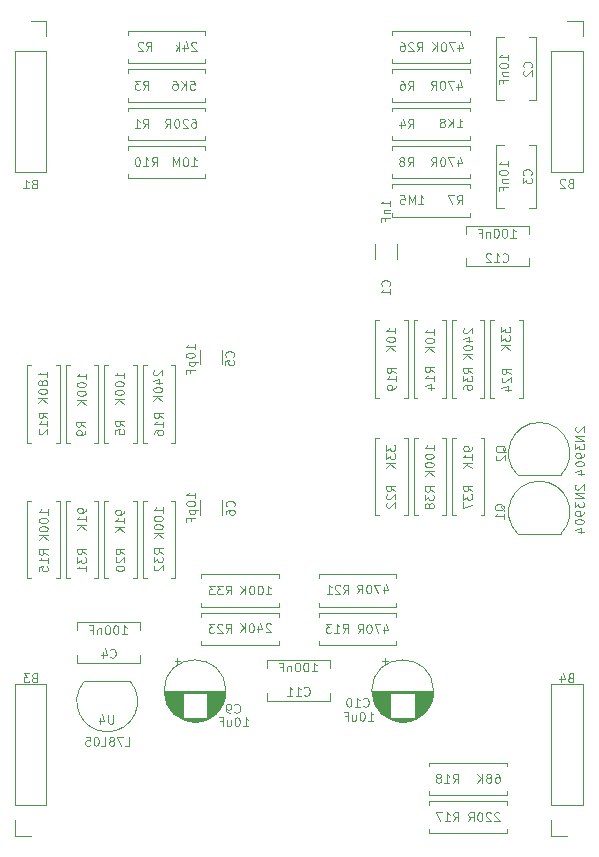
<source format=gbr>
G04 #@! TF.GenerationSoftware,KiCad,Pcbnew,(5.1.4-0-10_14)*
G04 #@! TF.CreationDate,2020-11-15T22:06:40-06:00*
G04 #@! TF.ProjectId,CEM3340_Daughter_Board,43454d33-3334-4305-9f44-617567687465,rev?*
G04 #@! TF.SameCoordinates,Original*
G04 #@! TF.FileFunction,Legend,Bot*
G04 #@! TF.FilePolarity,Positive*
%FSLAX46Y46*%
G04 Gerber Fmt 4.6, Leading zero omitted, Abs format (unit mm)*
G04 Created by KiCad (PCBNEW (5.1.4-0-10_14)) date 2020-11-15 22:06:40*
%MOMM*%
%LPD*%
G04 APERTURE LIST*
%ADD10C,0.120000*%
%ADD11C,0.125000*%
G04 APERTURE END LIST*
D10*
X153060000Y-83169000D02*
X153060000Y-81911000D01*
X154900000Y-83169000D02*
X154900000Y-81911000D01*
X154890000Y-69161000D02*
X154890000Y-70419000D01*
X153050000Y-69161000D02*
X153050000Y-70419000D01*
X168460000Y-95495225D02*
X168960000Y-95495225D01*
X168710000Y-95245225D02*
X168710000Y-95745225D01*
X169901000Y-100651000D02*
X170469000Y-100651000D01*
X169667000Y-100611000D02*
X170703000Y-100611000D01*
X169508000Y-100571000D02*
X170862000Y-100571000D01*
X169380000Y-100531000D02*
X170990000Y-100531000D01*
X169270000Y-100491000D02*
X171100000Y-100491000D01*
X169174000Y-100451000D02*
X171196000Y-100451000D01*
X169087000Y-100411000D02*
X171283000Y-100411000D01*
X169007000Y-100371000D02*
X171363000Y-100371000D01*
X171225000Y-100331000D02*
X171436000Y-100331000D01*
X168934000Y-100331000D02*
X169145000Y-100331000D01*
X171225000Y-100291000D02*
X171504000Y-100291000D01*
X168866000Y-100291000D02*
X169145000Y-100291000D01*
X171225000Y-100251000D02*
X171568000Y-100251000D01*
X168802000Y-100251000D02*
X169145000Y-100251000D01*
X171225000Y-100211000D02*
X171628000Y-100211000D01*
X168742000Y-100211000D02*
X169145000Y-100211000D01*
X171225000Y-100171000D02*
X171685000Y-100171000D01*
X168685000Y-100171000D02*
X169145000Y-100171000D01*
X171225000Y-100131000D02*
X171739000Y-100131000D01*
X168631000Y-100131000D02*
X169145000Y-100131000D01*
X171225000Y-100091000D02*
X171790000Y-100091000D01*
X168580000Y-100091000D02*
X169145000Y-100091000D01*
X171225000Y-100051000D02*
X171838000Y-100051000D01*
X168532000Y-100051000D02*
X169145000Y-100051000D01*
X171225000Y-100011000D02*
X171884000Y-100011000D01*
X168486000Y-100011000D02*
X169145000Y-100011000D01*
X171225000Y-99971000D02*
X171928000Y-99971000D01*
X168442000Y-99971000D02*
X169145000Y-99971000D01*
X171225000Y-99931000D02*
X171970000Y-99931000D01*
X168400000Y-99931000D02*
X169145000Y-99931000D01*
X171225000Y-99891000D02*
X172011000Y-99891000D01*
X168359000Y-99891000D02*
X169145000Y-99891000D01*
X171225000Y-99851000D02*
X172049000Y-99851000D01*
X168321000Y-99851000D02*
X169145000Y-99851000D01*
X171225000Y-99811000D02*
X172086000Y-99811000D01*
X168284000Y-99811000D02*
X169145000Y-99811000D01*
X171225000Y-99771000D02*
X172122000Y-99771000D01*
X168248000Y-99771000D02*
X169145000Y-99771000D01*
X171225000Y-99731000D02*
X172156000Y-99731000D01*
X168214000Y-99731000D02*
X169145000Y-99731000D01*
X171225000Y-99691000D02*
X172189000Y-99691000D01*
X168181000Y-99691000D02*
X169145000Y-99691000D01*
X171225000Y-99651000D02*
X172220000Y-99651000D01*
X168150000Y-99651000D02*
X169145000Y-99651000D01*
X171225000Y-99611000D02*
X172250000Y-99611000D01*
X168120000Y-99611000D02*
X169145000Y-99611000D01*
X171225000Y-99571000D02*
X172280000Y-99571000D01*
X168090000Y-99571000D02*
X169145000Y-99571000D01*
X171225000Y-99531000D02*
X172307000Y-99531000D01*
X168063000Y-99531000D02*
X169145000Y-99531000D01*
X171225000Y-99491000D02*
X172334000Y-99491000D01*
X168036000Y-99491000D02*
X169145000Y-99491000D01*
X171225000Y-99451000D02*
X172360000Y-99451000D01*
X168010000Y-99451000D02*
X169145000Y-99451000D01*
X171225000Y-99411000D02*
X172385000Y-99411000D01*
X167985000Y-99411000D02*
X169145000Y-99411000D01*
X171225000Y-99371000D02*
X172409000Y-99371000D01*
X167961000Y-99371000D02*
X169145000Y-99371000D01*
X171225000Y-99331000D02*
X172432000Y-99331000D01*
X167938000Y-99331000D02*
X169145000Y-99331000D01*
X171225000Y-99291000D02*
X172453000Y-99291000D01*
X167917000Y-99291000D02*
X169145000Y-99291000D01*
X171225000Y-99251000D02*
X172475000Y-99251000D01*
X167895000Y-99251000D02*
X169145000Y-99251000D01*
X171225000Y-99211000D02*
X172495000Y-99211000D01*
X167875000Y-99211000D02*
X169145000Y-99211000D01*
X171225000Y-99171000D02*
X172514000Y-99171000D01*
X167856000Y-99171000D02*
X169145000Y-99171000D01*
X171225000Y-99131000D02*
X172533000Y-99131000D01*
X167837000Y-99131000D02*
X169145000Y-99131000D01*
X171225000Y-99091000D02*
X172550000Y-99091000D01*
X167820000Y-99091000D02*
X169145000Y-99091000D01*
X171225000Y-99051000D02*
X172567000Y-99051000D01*
X167803000Y-99051000D02*
X169145000Y-99051000D01*
X171225000Y-99011000D02*
X172583000Y-99011000D01*
X167787000Y-99011000D02*
X169145000Y-99011000D01*
X171225000Y-98971000D02*
X172599000Y-98971000D01*
X167771000Y-98971000D02*
X169145000Y-98971000D01*
X171225000Y-98931000D02*
X172613000Y-98931000D01*
X167757000Y-98931000D02*
X169145000Y-98931000D01*
X171225000Y-98891000D02*
X172627000Y-98891000D01*
X167743000Y-98891000D02*
X169145000Y-98891000D01*
X171225000Y-98851000D02*
X172640000Y-98851000D01*
X167730000Y-98851000D02*
X169145000Y-98851000D01*
X171225000Y-98811000D02*
X172653000Y-98811000D01*
X167717000Y-98811000D02*
X169145000Y-98811000D01*
X171225000Y-98771000D02*
X172665000Y-98771000D01*
X167705000Y-98771000D02*
X169145000Y-98771000D01*
X171225000Y-98730000D02*
X172676000Y-98730000D01*
X167694000Y-98730000D02*
X169145000Y-98730000D01*
X171225000Y-98690000D02*
X172686000Y-98690000D01*
X167684000Y-98690000D02*
X169145000Y-98690000D01*
X171225000Y-98650000D02*
X172696000Y-98650000D01*
X167674000Y-98650000D02*
X169145000Y-98650000D01*
X171225000Y-98610000D02*
X172705000Y-98610000D01*
X167665000Y-98610000D02*
X169145000Y-98610000D01*
X171225000Y-98570000D02*
X172713000Y-98570000D01*
X167657000Y-98570000D02*
X169145000Y-98570000D01*
X171225000Y-98530000D02*
X172721000Y-98530000D01*
X167649000Y-98530000D02*
X169145000Y-98530000D01*
X171225000Y-98490000D02*
X172728000Y-98490000D01*
X167642000Y-98490000D02*
X169145000Y-98490000D01*
X171225000Y-98450000D02*
X172735000Y-98450000D01*
X167635000Y-98450000D02*
X169145000Y-98450000D01*
X171225000Y-98410000D02*
X172741000Y-98410000D01*
X167629000Y-98410000D02*
X169145000Y-98410000D01*
X171225000Y-98370000D02*
X172746000Y-98370000D01*
X167624000Y-98370000D02*
X169145000Y-98370000D01*
X171225000Y-98330000D02*
X172750000Y-98330000D01*
X167620000Y-98330000D02*
X169145000Y-98330000D01*
X171225000Y-98290000D02*
X172754000Y-98290000D01*
X167616000Y-98290000D02*
X169145000Y-98290000D01*
X167612000Y-98250000D02*
X172758000Y-98250000D01*
X167609000Y-98210000D02*
X172761000Y-98210000D01*
X167607000Y-98170000D02*
X172763000Y-98170000D01*
X167606000Y-98130000D02*
X172764000Y-98130000D01*
X167605000Y-98090000D02*
X172765000Y-98090000D01*
X167605000Y-98050000D02*
X172765000Y-98050000D01*
X172805000Y-98050000D02*
G75*
G03X172805000Y-98050000I-2620000J0D01*
G01*
X150870000Y-95495225D02*
X151370000Y-95495225D01*
X151120000Y-95245225D02*
X151120000Y-95745225D01*
X152311000Y-100651000D02*
X152879000Y-100651000D01*
X152077000Y-100611000D02*
X153113000Y-100611000D01*
X151918000Y-100571000D02*
X153272000Y-100571000D01*
X151790000Y-100531000D02*
X153400000Y-100531000D01*
X151680000Y-100491000D02*
X153510000Y-100491000D01*
X151584000Y-100451000D02*
X153606000Y-100451000D01*
X151497000Y-100411000D02*
X153693000Y-100411000D01*
X151417000Y-100371000D02*
X153773000Y-100371000D01*
X153635000Y-100331000D02*
X153846000Y-100331000D01*
X151344000Y-100331000D02*
X151555000Y-100331000D01*
X153635000Y-100291000D02*
X153914000Y-100291000D01*
X151276000Y-100291000D02*
X151555000Y-100291000D01*
X153635000Y-100251000D02*
X153978000Y-100251000D01*
X151212000Y-100251000D02*
X151555000Y-100251000D01*
X153635000Y-100211000D02*
X154038000Y-100211000D01*
X151152000Y-100211000D02*
X151555000Y-100211000D01*
X153635000Y-100171000D02*
X154095000Y-100171000D01*
X151095000Y-100171000D02*
X151555000Y-100171000D01*
X153635000Y-100131000D02*
X154149000Y-100131000D01*
X151041000Y-100131000D02*
X151555000Y-100131000D01*
X153635000Y-100091000D02*
X154200000Y-100091000D01*
X150990000Y-100091000D02*
X151555000Y-100091000D01*
X153635000Y-100051000D02*
X154248000Y-100051000D01*
X150942000Y-100051000D02*
X151555000Y-100051000D01*
X153635000Y-100011000D02*
X154294000Y-100011000D01*
X150896000Y-100011000D02*
X151555000Y-100011000D01*
X153635000Y-99971000D02*
X154338000Y-99971000D01*
X150852000Y-99971000D02*
X151555000Y-99971000D01*
X153635000Y-99931000D02*
X154380000Y-99931000D01*
X150810000Y-99931000D02*
X151555000Y-99931000D01*
X153635000Y-99891000D02*
X154421000Y-99891000D01*
X150769000Y-99891000D02*
X151555000Y-99891000D01*
X153635000Y-99851000D02*
X154459000Y-99851000D01*
X150731000Y-99851000D02*
X151555000Y-99851000D01*
X153635000Y-99811000D02*
X154496000Y-99811000D01*
X150694000Y-99811000D02*
X151555000Y-99811000D01*
X153635000Y-99771000D02*
X154532000Y-99771000D01*
X150658000Y-99771000D02*
X151555000Y-99771000D01*
X153635000Y-99731000D02*
X154566000Y-99731000D01*
X150624000Y-99731000D02*
X151555000Y-99731000D01*
X153635000Y-99691000D02*
X154599000Y-99691000D01*
X150591000Y-99691000D02*
X151555000Y-99691000D01*
X153635000Y-99651000D02*
X154630000Y-99651000D01*
X150560000Y-99651000D02*
X151555000Y-99651000D01*
X153635000Y-99611000D02*
X154660000Y-99611000D01*
X150530000Y-99611000D02*
X151555000Y-99611000D01*
X153635000Y-99571000D02*
X154690000Y-99571000D01*
X150500000Y-99571000D02*
X151555000Y-99571000D01*
X153635000Y-99531000D02*
X154717000Y-99531000D01*
X150473000Y-99531000D02*
X151555000Y-99531000D01*
X153635000Y-99491000D02*
X154744000Y-99491000D01*
X150446000Y-99491000D02*
X151555000Y-99491000D01*
X153635000Y-99451000D02*
X154770000Y-99451000D01*
X150420000Y-99451000D02*
X151555000Y-99451000D01*
X153635000Y-99411000D02*
X154795000Y-99411000D01*
X150395000Y-99411000D02*
X151555000Y-99411000D01*
X153635000Y-99371000D02*
X154819000Y-99371000D01*
X150371000Y-99371000D02*
X151555000Y-99371000D01*
X153635000Y-99331000D02*
X154842000Y-99331000D01*
X150348000Y-99331000D02*
X151555000Y-99331000D01*
X153635000Y-99291000D02*
X154863000Y-99291000D01*
X150327000Y-99291000D02*
X151555000Y-99291000D01*
X153635000Y-99251000D02*
X154885000Y-99251000D01*
X150305000Y-99251000D02*
X151555000Y-99251000D01*
X153635000Y-99211000D02*
X154905000Y-99211000D01*
X150285000Y-99211000D02*
X151555000Y-99211000D01*
X153635000Y-99171000D02*
X154924000Y-99171000D01*
X150266000Y-99171000D02*
X151555000Y-99171000D01*
X153635000Y-99131000D02*
X154943000Y-99131000D01*
X150247000Y-99131000D02*
X151555000Y-99131000D01*
X153635000Y-99091000D02*
X154960000Y-99091000D01*
X150230000Y-99091000D02*
X151555000Y-99091000D01*
X153635000Y-99051000D02*
X154977000Y-99051000D01*
X150213000Y-99051000D02*
X151555000Y-99051000D01*
X153635000Y-99011000D02*
X154993000Y-99011000D01*
X150197000Y-99011000D02*
X151555000Y-99011000D01*
X153635000Y-98971000D02*
X155009000Y-98971000D01*
X150181000Y-98971000D02*
X151555000Y-98971000D01*
X153635000Y-98931000D02*
X155023000Y-98931000D01*
X150167000Y-98931000D02*
X151555000Y-98931000D01*
X153635000Y-98891000D02*
X155037000Y-98891000D01*
X150153000Y-98891000D02*
X151555000Y-98891000D01*
X153635000Y-98851000D02*
X155050000Y-98851000D01*
X150140000Y-98851000D02*
X151555000Y-98851000D01*
X153635000Y-98811000D02*
X155063000Y-98811000D01*
X150127000Y-98811000D02*
X151555000Y-98811000D01*
X153635000Y-98771000D02*
X155075000Y-98771000D01*
X150115000Y-98771000D02*
X151555000Y-98771000D01*
X153635000Y-98730000D02*
X155086000Y-98730000D01*
X150104000Y-98730000D02*
X151555000Y-98730000D01*
X153635000Y-98690000D02*
X155096000Y-98690000D01*
X150094000Y-98690000D02*
X151555000Y-98690000D01*
X153635000Y-98650000D02*
X155106000Y-98650000D01*
X150084000Y-98650000D02*
X151555000Y-98650000D01*
X153635000Y-98610000D02*
X155115000Y-98610000D01*
X150075000Y-98610000D02*
X151555000Y-98610000D01*
X153635000Y-98570000D02*
X155123000Y-98570000D01*
X150067000Y-98570000D02*
X151555000Y-98570000D01*
X153635000Y-98530000D02*
X155131000Y-98530000D01*
X150059000Y-98530000D02*
X151555000Y-98530000D01*
X153635000Y-98490000D02*
X155138000Y-98490000D01*
X150052000Y-98490000D02*
X151555000Y-98490000D01*
X153635000Y-98450000D02*
X155145000Y-98450000D01*
X150045000Y-98450000D02*
X151555000Y-98450000D01*
X153635000Y-98410000D02*
X155151000Y-98410000D01*
X150039000Y-98410000D02*
X151555000Y-98410000D01*
X153635000Y-98370000D02*
X155156000Y-98370000D01*
X150034000Y-98370000D02*
X151555000Y-98370000D01*
X153635000Y-98330000D02*
X155160000Y-98330000D01*
X150030000Y-98330000D02*
X151555000Y-98330000D01*
X153635000Y-98290000D02*
X155164000Y-98290000D01*
X150026000Y-98290000D02*
X151555000Y-98290000D01*
X150022000Y-98250000D02*
X155168000Y-98250000D01*
X150019000Y-98210000D02*
X155171000Y-98210000D01*
X150017000Y-98170000D02*
X155173000Y-98170000D01*
X150016000Y-98130000D02*
X155174000Y-98130000D01*
X150015000Y-98090000D02*
X155175000Y-98090000D01*
X150015000Y-98050000D02*
X155175000Y-98050000D01*
X155215000Y-98050000D02*
G75*
G03X155215000Y-98050000I-2620000J0D01*
G01*
X182760000Y-110330000D02*
X184090000Y-110330000D01*
X182760000Y-109000000D02*
X182760000Y-110330000D01*
X182760000Y-107730000D02*
X185420000Y-107730000D01*
X185420000Y-107730000D02*
X185420000Y-97510000D01*
X182760000Y-107730000D02*
X182760000Y-97510000D01*
X182760000Y-97510000D02*
X185420000Y-97510000D01*
X137360000Y-110330000D02*
X138690000Y-110330000D01*
X137360000Y-109000000D02*
X137360000Y-110330000D01*
X137360000Y-107730000D02*
X140020000Y-107730000D01*
X140020000Y-107730000D02*
X140020000Y-97510000D01*
X137360000Y-107730000D02*
X137360000Y-97510000D01*
X137360000Y-97510000D02*
X140020000Y-97510000D01*
X185420000Y-41310000D02*
X184090000Y-41310000D01*
X185420000Y-42640000D02*
X185420000Y-41310000D01*
X185420000Y-43910000D02*
X182760000Y-43910000D01*
X182760000Y-43910000D02*
X182760000Y-54130000D01*
X185420000Y-43910000D02*
X185420000Y-54130000D01*
X185420000Y-54130000D02*
X182760000Y-54130000D01*
X140020000Y-41310000D02*
X138690000Y-41310000D01*
X140020000Y-42640000D02*
X140020000Y-41310000D01*
X140020000Y-43910000D02*
X137360000Y-43910000D01*
X137360000Y-43910000D02*
X137360000Y-54130000D01*
X140020000Y-43910000D02*
X140020000Y-54130000D01*
X140020000Y-54130000D02*
X137360000Y-54130000D01*
X147118611Y-97249878D02*
G75*
G02X143230000Y-97240000I-1948611J-1690122D01*
G01*
X143230000Y-97240000D02*
X147080000Y-97240000D01*
X148170000Y-81970000D02*
X148500000Y-81970000D01*
X148170000Y-88510000D02*
X148170000Y-81970000D01*
X148500000Y-88510000D02*
X148170000Y-88510000D01*
X150910000Y-81970000D02*
X150580000Y-81970000D01*
X150910000Y-88510000D02*
X150910000Y-81970000D01*
X150580000Y-88510000D02*
X150910000Y-88510000D01*
X171120000Y-76650000D02*
X171450000Y-76650000D01*
X171120000Y-83190000D02*
X171120000Y-76650000D01*
X171450000Y-83190000D02*
X171120000Y-83190000D01*
X173860000Y-76650000D02*
X173530000Y-76650000D01*
X173860000Y-83190000D02*
X173860000Y-76650000D01*
X173530000Y-83190000D02*
X173860000Y-83190000D01*
X177110000Y-83190000D02*
X176780000Y-83190000D01*
X177110000Y-76650000D02*
X177110000Y-83190000D01*
X176780000Y-76650000D02*
X177110000Y-76650000D01*
X174370000Y-83190000D02*
X174700000Y-83190000D01*
X174370000Y-76650000D02*
X174370000Y-83190000D01*
X174700000Y-76650000D02*
X174370000Y-76650000D01*
X174360000Y-66680000D02*
X174690000Y-66680000D01*
X174360000Y-73220000D02*
X174360000Y-66680000D01*
X174690000Y-73220000D02*
X174360000Y-73220000D01*
X177100000Y-66680000D02*
X176770000Y-66680000D01*
X177100000Y-73220000D02*
X177100000Y-66680000D01*
X176770000Y-73220000D02*
X177100000Y-73220000D01*
X159675000Y-88180000D02*
X159675000Y-88510000D01*
X153135000Y-88180000D02*
X159675000Y-88180000D01*
X153135000Y-88510000D02*
X153135000Y-88180000D01*
X159675000Y-90920000D02*
X159675000Y-90590000D01*
X153135000Y-90920000D02*
X159675000Y-90920000D01*
X153135000Y-90590000D02*
X153135000Y-90920000D01*
X144410000Y-88510000D02*
X144080000Y-88510000D01*
X144410000Y-81970000D02*
X144410000Y-88510000D01*
X144080000Y-81970000D02*
X144410000Y-81970000D01*
X141670000Y-88510000D02*
X142000000Y-88510000D01*
X141670000Y-81970000D02*
X141670000Y-88510000D01*
X142000000Y-81970000D02*
X141670000Y-81970000D01*
X159675000Y-91430000D02*
X159675000Y-91760000D01*
X153135000Y-91430000D02*
X159675000Y-91430000D01*
X153135000Y-91760000D02*
X153135000Y-91430000D01*
X159675000Y-94170000D02*
X159675000Y-93840000D01*
X153135000Y-94170000D02*
X159675000Y-94170000D01*
X153135000Y-93840000D02*
X153135000Y-94170000D01*
X147660000Y-88510000D02*
X147330000Y-88510000D01*
X147660000Y-81970000D02*
X147660000Y-88510000D01*
X147330000Y-81970000D02*
X147660000Y-81970000D01*
X144920000Y-88510000D02*
X145250000Y-88510000D01*
X144920000Y-81970000D02*
X144920000Y-88510000D01*
X145250000Y-81970000D02*
X144920000Y-81970000D01*
X150910000Y-77040000D02*
X150580000Y-77040000D01*
X150910000Y-70500000D02*
X150910000Y-77040000D01*
X150580000Y-70500000D02*
X150910000Y-70500000D01*
X148170000Y-77040000D02*
X148500000Y-77040000D01*
X148170000Y-70500000D02*
X148170000Y-77040000D01*
X148500000Y-70500000D02*
X148170000Y-70500000D01*
X141160000Y-88510000D02*
X140830000Y-88510000D01*
X141160000Y-81970000D02*
X141160000Y-88510000D01*
X140830000Y-81970000D02*
X141160000Y-81970000D01*
X138420000Y-88510000D02*
X138750000Y-88510000D01*
X138420000Y-81970000D02*
X138420000Y-88510000D01*
X138750000Y-81970000D02*
X138420000Y-81970000D01*
X138420000Y-70500000D02*
X138750000Y-70500000D01*
X138420000Y-77040000D02*
X138420000Y-70500000D01*
X138750000Y-77040000D02*
X138420000Y-77040000D01*
X141160000Y-70500000D02*
X140830000Y-70500000D01*
X141160000Y-77040000D02*
X141160000Y-70500000D01*
X140830000Y-77040000D02*
X141160000Y-77040000D01*
X153430000Y-51920000D02*
X153430000Y-52250000D01*
X146890000Y-51920000D02*
X153430000Y-51920000D01*
X146890000Y-52250000D02*
X146890000Y-51920000D01*
X153430000Y-54660000D02*
X153430000Y-54330000D01*
X146890000Y-54660000D02*
X153430000Y-54660000D01*
X146890000Y-54330000D02*
X146890000Y-54660000D01*
X144920000Y-70500000D02*
X145250000Y-70500000D01*
X144920000Y-77040000D02*
X144920000Y-70500000D01*
X145250000Y-77040000D02*
X144920000Y-77040000D01*
X147660000Y-70500000D02*
X147330000Y-70500000D01*
X147660000Y-77040000D02*
X147660000Y-70500000D01*
X147330000Y-77040000D02*
X147660000Y-77040000D01*
X175560000Y-61445000D02*
X175560000Y-62111000D01*
X175560000Y-58669000D02*
X175560000Y-59335000D01*
X180900000Y-61445000D02*
X180900000Y-62111000D01*
X180900000Y-58669000D02*
X180900000Y-59335000D01*
X180900000Y-62111000D02*
X175560000Y-62111000D01*
X180900000Y-58669000D02*
X175560000Y-58669000D01*
X164070000Y-96095000D02*
X164070000Y-95429000D01*
X164070000Y-98871000D02*
X164070000Y-98205000D01*
X158730000Y-96095000D02*
X158730000Y-95429000D01*
X158730000Y-98871000D02*
X158730000Y-98205000D01*
X158730000Y-95429000D02*
X164070000Y-95429000D01*
X158730000Y-98871000D02*
X164070000Y-98871000D01*
X147980000Y-92905000D02*
X147980000Y-92239000D01*
X147980000Y-95681000D02*
X147980000Y-95015000D01*
X142640000Y-92905000D02*
X142640000Y-92239000D01*
X142640000Y-95681000D02*
X142640000Y-95015000D01*
X142640000Y-92239000D02*
X147980000Y-92239000D01*
X142640000Y-95681000D02*
X147980000Y-95681000D01*
X169320000Y-44910000D02*
X169320000Y-44580000D01*
X175860000Y-44910000D02*
X169320000Y-44910000D01*
X175860000Y-44580000D02*
X175860000Y-44910000D01*
X169320000Y-42170000D02*
X169320000Y-42500000D01*
X175860000Y-42170000D02*
X169320000Y-42170000D01*
X175860000Y-42500000D02*
X175860000Y-42170000D01*
X180350000Y-73220000D02*
X180020000Y-73220000D01*
X180350000Y-66680000D02*
X180350000Y-73220000D01*
X180020000Y-66680000D02*
X180350000Y-66680000D01*
X177610000Y-73220000D02*
X177940000Y-73220000D01*
X177610000Y-66680000D02*
X177610000Y-73220000D01*
X177940000Y-66680000D02*
X177610000Y-66680000D01*
X170600000Y-83190000D02*
X170270000Y-83190000D01*
X170600000Y-76650000D02*
X170600000Y-83190000D01*
X170270000Y-76650000D02*
X170600000Y-76650000D01*
X167860000Y-83190000D02*
X168190000Y-83190000D01*
X167860000Y-76650000D02*
X167860000Y-83190000D01*
X168190000Y-76650000D02*
X167860000Y-76650000D01*
X163105000Y-90920000D02*
X163105000Y-90590000D01*
X169645000Y-90920000D02*
X163105000Y-90920000D01*
X169645000Y-90590000D02*
X169645000Y-90920000D01*
X163105000Y-88180000D02*
X163105000Y-88510000D01*
X169645000Y-88180000D02*
X163105000Y-88180000D01*
X169645000Y-88510000D02*
X169645000Y-88180000D01*
X170600000Y-73220000D02*
X170270000Y-73220000D01*
X170600000Y-66680000D02*
X170600000Y-73220000D01*
X170270000Y-66680000D02*
X170600000Y-66680000D01*
X167860000Y-73220000D02*
X168190000Y-73220000D01*
X167860000Y-66680000D02*
X167860000Y-73220000D01*
X168190000Y-66680000D02*
X167860000Y-66680000D01*
X172440000Y-106860000D02*
X172440000Y-106530000D01*
X178980000Y-106860000D02*
X172440000Y-106860000D01*
X178980000Y-106530000D02*
X178980000Y-106860000D01*
X172440000Y-104120000D02*
X172440000Y-104450000D01*
X178980000Y-104120000D02*
X172440000Y-104120000D01*
X178980000Y-104450000D02*
X178980000Y-104120000D01*
X178980000Y-107370000D02*
X178980000Y-107700000D01*
X172440000Y-107370000D02*
X178980000Y-107370000D01*
X172440000Y-107700000D02*
X172440000Y-107370000D01*
X178980000Y-110110000D02*
X178980000Y-109780000D01*
X172440000Y-110110000D02*
X178980000Y-110110000D01*
X172440000Y-109780000D02*
X172440000Y-110110000D01*
X173850000Y-73220000D02*
X173520000Y-73220000D01*
X173850000Y-66680000D02*
X173850000Y-73220000D01*
X173520000Y-66680000D02*
X173850000Y-66680000D01*
X171110000Y-73220000D02*
X171440000Y-73220000D01*
X171110000Y-66680000D02*
X171110000Y-73220000D01*
X171440000Y-66680000D02*
X171110000Y-66680000D01*
X163105000Y-94170000D02*
X163105000Y-93840000D01*
X169645000Y-94170000D02*
X163105000Y-94170000D01*
X169645000Y-93840000D02*
X169645000Y-94170000D01*
X163105000Y-91430000D02*
X163105000Y-91760000D01*
X169645000Y-91430000D02*
X163105000Y-91430000D01*
X169645000Y-91760000D02*
X169645000Y-91430000D01*
X141670000Y-70500000D02*
X142000000Y-70500000D01*
X141670000Y-77040000D02*
X141670000Y-70500000D01*
X142000000Y-77040000D02*
X141670000Y-77040000D01*
X144410000Y-70500000D02*
X144080000Y-70500000D01*
X144410000Y-77040000D02*
X144410000Y-70500000D01*
X144080000Y-77040000D02*
X144410000Y-77040000D01*
X175860000Y-51920000D02*
X175860000Y-52250000D01*
X169320000Y-51920000D02*
X175860000Y-51920000D01*
X169320000Y-52250000D02*
X169320000Y-51920000D01*
X175860000Y-54660000D02*
X175860000Y-54330000D01*
X169320000Y-54660000D02*
X175860000Y-54660000D01*
X169320000Y-54330000D02*
X169320000Y-54660000D01*
X169320000Y-57910000D02*
X169320000Y-57580000D01*
X175860000Y-57910000D02*
X169320000Y-57910000D01*
X175860000Y-57580000D02*
X175860000Y-57910000D01*
X169320000Y-55170000D02*
X169320000Y-55500000D01*
X175860000Y-55170000D02*
X169320000Y-55170000D01*
X175860000Y-55500000D02*
X175860000Y-55170000D01*
X169320000Y-48160000D02*
X169320000Y-47830000D01*
X175860000Y-48160000D02*
X169320000Y-48160000D01*
X175860000Y-47830000D02*
X175860000Y-48160000D01*
X169320000Y-45420000D02*
X169320000Y-45750000D01*
X175860000Y-45420000D02*
X169320000Y-45420000D01*
X175860000Y-45750000D02*
X175860000Y-45420000D01*
X169320000Y-51410000D02*
X169320000Y-51080000D01*
X175860000Y-51410000D02*
X169320000Y-51410000D01*
X175860000Y-51080000D02*
X175860000Y-51410000D01*
X169320000Y-48670000D02*
X169320000Y-49000000D01*
X175860000Y-48670000D02*
X169320000Y-48670000D01*
X175860000Y-49000000D02*
X175860000Y-48670000D01*
X146890000Y-48160000D02*
X146890000Y-47830000D01*
X153430000Y-48160000D02*
X146890000Y-48160000D01*
X153430000Y-47830000D02*
X153430000Y-48160000D01*
X146890000Y-45420000D02*
X146890000Y-45750000D01*
X153430000Y-45420000D02*
X146890000Y-45420000D01*
X153430000Y-45750000D02*
X153430000Y-45420000D01*
X146890000Y-44910000D02*
X146890000Y-44580000D01*
X153430000Y-44910000D02*
X146890000Y-44910000D01*
X153430000Y-44580000D02*
X153430000Y-44910000D01*
X146890000Y-42170000D02*
X146890000Y-42500000D01*
X153430000Y-42170000D02*
X146890000Y-42170000D01*
X153430000Y-42500000D02*
X153430000Y-42170000D01*
X146890000Y-51410000D02*
X146890000Y-51080000D01*
X153430000Y-51410000D02*
X146890000Y-51410000D01*
X153430000Y-51080000D02*
X153430000Y-51410000D01*
X146890000Y-48670000D02*
X146890000Y-49000000D01*
X153430000Y-48670000D02*
X146890000Y-48670000D01*
X153430000Y-49000000D02*
X153430000Y-48670000D01*
X179911522Y-79768478D02*
G75*
G02X181750000Y-75330000I1838478J1838478D01*
G01*
X183588478Y-79768478D02*
G75*
G03X181750000Y-75330000I-1838478J1838478D01*
G01*
X183550000Y-79780000D02*
X179950000Y-79780000D01*
X179911522Y-84738478D02*
G75*
G02X181750000Y-80300000I1838478J1838478D01*
G01*
X183588478Y-84738478D02*
G75*
G03X181750000Y-80300000I-1838478J1838478D01*
G01*
X183550000Y-84750000D02*
X179950000Y-84750000D01*
X180845000Y-57160000D02*
X181511000Y-57160000D01*
X178069000Y-57160000D02*
X178735000Y-57160000D01*
X180845000Y-51820000D02*
X181511000Y-51820000D01*
X178069000Y-51820000D02*
X178735000Y-51820000D01*
X181511000Y-51820000D02*
X181511000Y-57160000D01*
X178069000Y-51820000D02*
X178069000Y-57160000D01*
X180845000Y-48060000D02*
X181511000Y-48060000D01*
X178069000Y-48060000D02*
X178735000Y-48060000D01*
X180845000Y-42720000D02*
X181511000Y-42720000D01*
X178069000Y-42720000D02*
X178735000Y-42720000D01*
X181511000Y-42720000D02*
X181511000Y-48060000D01*
X178069000Y-42720000D02*
X178069000Y-48060000D01*
X167860000Y-61469000D02*
X167860000Y-60211000D01*
X169700000Y-61469000D02*
X169700000Y-60211000D01*
D11*
X155887857Y-82425000D02*
X155923571Y-82389285D01*
X155959285Y-82282142D01*
X155959285Y-82210714D01*
X155923571Y-82103571D01*
X155852142Y-82032142D01*
X155780714Y-81996428D01*
X155637857Y-81960714D01*
X155530714Y-81960714D01*
X155387857Y-81996428D01*
X155316428Y-82032142D01*
X155245000Y-82103571D01*
X155209285Y-82210714D01*
X155209285Y-82282142D01*
X155245000Y-82389285D01*
X155280714Y-82425000D01*
X155209285Y-83067857D02*
X155209285Y-82925000D01*
X155245000Y-82853571D01*
X155280714Y-82817857D01*
X155387857Y-82746428D01*
X155530714Y-82710714D01*
X155816428Y-82710714D01*
X155887857Y-82746428D01*
X155923571Y-82782142D01*
X155959285Y-82853571D01*
X155959285Y-82996428D01*
X155923571Y-83067857D01*
X155887857Y-83103571D01*
X155816428Y-83139285D01*
X155637857Y-83139285D01*
X155566428Y-83103571D01*
X155530714Y-83067857D01*
X155495000Y-82996428D01*
X155495000Y-82853571D01*
X155530714Y-82782142D01*
X155566428Y-82746428D01*
X155637857Y-82710714D01*
X152629285Y-81696428D02*
X152629285Y-81267857D01*
X152629285Y-81482142D02*
X151879285Y-81482142D01*
X151986428Y-81410714D01*
X152057857Y-81339285D01*
X152093571Y-81267857D01*
X151879285Y-82160714D02*
X151879285Y-82232142D01*
X151915000Y-82303571D01*
X151950714Y-82339285D01*
X152022142Y-82375000D01*
X152165000Y-82410714D01*
X152343571Y-82410714D01*
X152486428Y-82375000D01*
X152557857Y-82339285D01*
X152593571Y-82303571D01*
X152629285Y-82232142D01*
X152629285Y-82160714D01*
X152593571Y-82089285D01*
X152557857Y-82053571D01*
X152486428Y-82017857D01*
X152343571Y-81982142D01*
X152165000Y-81982142D01*
X152022142Y-82017857D01*
X151950714Y-82053571D01*
X151915000Y-82089285D01*
X151879285Y-82160714D01*
X152129285Y-82732142D02*
X152879285Y-82732142D01*
X152165000Y-82732142D02*
X152129285Y-82803571D01*
X152129285Y-82946428D01*
X152165000Y-83017857D01*
X152200714Y-83053571D01*
X152272142Y-83089285D01*
X152486428Y-83089285D01*
X152557857Y-83053571D01*
X152593571Y-83017857D01*
X152629285Y-82946428D01*
X152629285Y-82803571D01*
X152593571Y-82732142D01*
X152236428Y-83660714D02*
X152236428Y-83410714D01*
X152629285Y-83410714D02*
X151879285Y-83410714D01*
X151879285Y-83767857D01*
X155827857Y-69775000D02*
X155863571Y-69739285D01*
X155899285Y-69632142D01*
X155899285Y-69560714D01*
X155863571Y-69453571D01*
X155792142Y-69382142D01*
X155720714Y-69346428D01*
X155577857Y-69310714D01*
X155470714Y-69310714D01*
X155327857Y-69346428D01*
X155256428Y-69382142D01*
X155185000Y-69453571D01*
X155149285Y-69560714D01*
X155149285Y-69632142D01*
X155185000Y-69739285D01*
X155220714Y-69775000D01*
X155149285Y-70453571D02*
X155149285Y-70096428D01*
X155506428Y-70060714D01*
X155470714Y-70096428D01*
X155435000Y-70167857D01*
X155435000Y-70346428D01*
X155470714Y-70417857D01*
X155506428Y-70453571D01*
X155577857Y-70489285D01*
X155756428Y-70489285D01*
X155827857Y-70453571D01*
X155863571Y-70417857D01*
X155899285Y-70346428D01*
X155899285Y-70167857D01*
X155863571Y-70096428D01*
X155827857Y-70060714D01*
X152589285Y-69136428D02*
X152589285Y-68707857D01*
X152589285Y-68922142D02*
X151839285Y-68922142D01*
X151946428Y-68850714D01*
X152017857Y-68779285D01*
X152053571Y-68707857D01*
X151839285Y-69600714D02*
X151839285Y-69672142D01*
X151875000Y-69743571D01*
X151910714Y-69779285D01*
X151982142Y-69815000D01*
X152125000Y-69850714D01*
X152303571Y-69850714D01*
X152446428Y-69815000D01*
X152517857Y-69779285D01*
X152553571Y-69743571D01*
X152589285Y-69672142D01*
X152589285Y-69600714D01*
X152553571Y-69529285D01*
X152517857Y-69493571D01*
X152446428Y-69457857D01*
X152303571Y-69422142D01*
X152125000Y-69422142D01*
X151982142Y-69457857D01*
X151910714Y-69493571D01*
X151875000Y-69529285D01*
X151839285Y-69600714D01*
X152089285Y-70172142D02*
X152839285Y-70172142D01*
X152125000Y-70172142D02*
X152089285Y-70243571D01*
X152089285Y-70386428D01*
X152125000Y-70457857D01*
X152160714Y-70493571D01*
X152232142Y-70529285D01*
X152446428Y-70529285D01*
X152517857Y-70493571D01*
X152553571Y-70457857D01*
X152589285Y-70386428D01*
X152589285Y-70243571D01*
X152553571Y-70172142D01*
X152196428Y-71100714D02*
X152196428Y-70850714D01*
X152589285Y-70850714D02*
X151839285Y-70850714D01*
X151839285Y-71207857D01*
X166852142Y-99327857D02*
X166887857Y-99363571D01*
X166995000Y-99399285D01*
X167066428Y-99399285D01*
X167173571Y-99363571D01*
X167245000Y-99292142D01*
X167280714Y-99220714D01*
X167316428Y-99077857D01*
X167316428Y-98970714D01*
X167280714Y-98827857D01*
X167245000Y-98756428D01*
X167173571Y-98685000D01*
X167066428Y-98649285D01*
X166995000Y-98649285D01*
X166887857Y-98685000D01*
X166852142Y-98720714D01*
X166137857Y-99399285D02*
X166566428Y-99399285D01*
X166352142Y-99399285D02*
X166352142Y-98649285D01*
X166423571Y-98756428D01*
X166495000Y-98827857D01*
X166566428Y-98863571D01*
X165673571Y-98649285D02*
X165602142Y-98649285D01*
X165530714Y-98685000D01*
X165495000Y-98720714D01*
X165459285Y-98792142D01*
X165423571Y-98935000D01*
X165423571Y-99113571D01*
X165459285Y-99256428D01*
X165495000Y-99327857D01*
X165530714Y-99363571D01*
X165602142Y-99399285D01*
X165673571Y-99399285D01*
X165745000Y-99363571D01*
X165780714Y-99327857D01*
X165816428Y-99256428D01*
X165852142Y-99113571D01*
X165852142Y-98935000D01*
X165816428Y-98792142D01*
X165780714Y-98720714D01*
X165745000Y-98685000D01*
X165673571Y-98649285D01*
X167253571Y-100589285D02*
X167682142Y-100589285D01*
X167467857Y-100589285D02*
X167467857Y-99839285D01*
X167539285Y-99946428D01*
X167610714Y-100017857D01*
X167682142Y-100053571D01*
X166789285Y-99839285D02*
X166717857Y-99839285D01*
X166646428Y-99875000D01*
X166610714Y-99910714D01*
X166575000Y-99982142D01*
X166539285Y-100125000D01*
X166539285Y-100303571D01*
X166575000Y-100446428D01*
X166610714Y-100517857D01*
X166646428Y-100553571D01*
X166717857Y-100589285D01*
X166789285Y-100589285D01*
X166860714Y-100553571D01*
X166896428Y-100517857D01*
X166932142Y-100446428D01*
X166967857Y-100303571D01*
X166967857Y-100125000D01*
X166932142Y-99982142D01*
X166896428Y-99910714D01*
X166860714Y-99875000D01*
X166789285Y-99839285D01*
X165896428Y-100089285D02*
X165896428Y-100589285D01*
X166217857Y-100089285D02*
X166217857Y-100482142D01*
X166182142Y-100553571D01*
X166110714Y-100589285D01*
X166003571Y-100589285D01*
X165932142Y-100553571D01*
X165896428Y-100517857D01*
X165289285Y-100196428D02*
X165539285Y-100196428D01*
X165539285Y-100589285D02*
X165539285Y-99839285D01*
X165182142Y-99839285D01*
X155945000Y-99847857D02*
X155980714Y-99883571D01*
X156087857Y-99919285D01*
X156159285Y-99919285D01*
X156266428Y-99883571D01*
X156337857Y-99812142D01*
X156373571Y-99740714D01*
X156409285Y-99597857D01*
X156409285Y-99490714D01*
X156373571Y-99347857D01*
X156337857Y-99276428D01*
X156266428Y-99205000D01*
X156159285Y-99169285D01*
X156087857Y-99169285D01*
X155980714Y-99205000D01*
X155945000Y-99240714D01*
X155587857Y-99919285D02*
X155445000Y-99919285D01*
X155373571Y-99883571D01*
X155337857Y-99847857D01*
X155266428Y-99740714D01*
X155230714Y-99597857D01*
X155230714Y-99312142D01*
X155266428Y-99240714D01*
X155302142Y-99205000D01*
X155373571Y-99169285D01*
X155516428Y-99169285D01*
X155587857Y-99205000D01*
X155623571Y-99240714D01*
X155659285Y-99312142D01*
X155659285Y-99490714D01*
X155623571Y-99562142D01*
X155587857Y-99597857D01*
X155516428Y-99633571D01*
X155373571Y-99633571D01*
X155302142Y-99597857D01*
X155266428Y-99562142D01*
X155230714Y-99490714D01*
X156663571Y-101029285D02*
X157092142Y-101029285D01*
X156877857Y-101029285D02*
X156877857Y-100279285D01*
X156949285Y-100386428D01*
X157020714Y-100457857D01*
X157092142Y-100493571D01*
X156199285Y-100279285D02*
X156127857Y-100279285D01*
X156056428Y-100315000D01*
X156020714Y-100350714D01*
X155985000Y-100422142D01*
X155949285Y-100565000D01*
X155949285Y-100743571D01*
X155985000Y-100886428D01*
X156020714Y-100957857D01*
X156056428Y-100993571D01*
X156127857Y-101029285D01*
X156199285Y-101029285D01*
X156270714Y-100993571D01*
X156306428Y-100957857D01*
X156342142Y-100886428D01*
X156377857Y-100743571D01*
X156377857Y-100565000D01*
X156342142Y-100422142D01*
X156306428Y-100350714D01*
X156270714Y-100315000D01*
X156199285Y-100279285D01*
X155306428Y-100529285D02*
X155306428Y-101029285D01*
X155627857Y-100529285D02*
X155627857Y-100922142D01*
X155592142Y-100993571D01*
X155520714Y-101029285D01*
X155413571Y-101029285D01*
X155342142Y-100993571D01*
X155306428Y-100957857D01*
X154699285Y-100636428D02*
X154949285Y-100636428D01*
X154949285Y-101029285D02*
X154949285Y-100279285D01*
X154592142Y-100279285D01*
X184383571Y-96936428D02*
X184276428Y-96972142D01*
X184240714Y-97007857D01*
X184205000Y-97079285D01*
X184205000Y-97186428D01*
X184240714Y-97257857D01*
X184276428Y-97293571D01*
X184347857Y-97329285D01*
X184633571Y-97329285D01*
X184633571Y-96579285D01*
X184383571Y-96579285D01*
X184312142Y-96615000D01*
X184276428Y-96650714D01*
X184240714Y-96722142D01*
X184240714Y-96793571D01*
X184276428Y-96865000D01*
X184312142Y-96900714D01*
X184383571Y-96936428D01*
X184633571Y-96936428D01*
X183562142Y-96829285D02*
X183562142Y-97329285D01*
X183740714Y-96543571D02*
X183919285Y-97079285D01*
X183455000Y-97079285D01*
X138983571Y-96936428D02*
X138876428Y-96972142D01*
X138840714Y-97007857D01*
X138805000Y-97079285D01*
X138805000Y-97186428D01*
X138840714Y-97257857D01*
X138876428Y-97293571D01*
X138947857Y-97329285D01*
X139233571Y-97329285D01*
X139233571Y-96579285D01*
X138983571Y-96579285D01*
X138912142Y-96615000D01*
X138876428Y-96650714D01*
X138840714Y-96722142D01*
X138840714Y-96793571D01*
X138876428Y-96865000D01*
X138912142Y-96900714D01*
X138983571Y-96936428D01*
X139233571Y-96936428D01*
X138555000Y-96579285D02*
X138090714Y-96579285D01*
X138340714Y-96865000D01*
X138233571Y-96865000D01*
X138162142Y-96900714D01*
X138126428Y-96936428D01*
X138090714Y-97007857D01*
X138090714Y-97186428D01*
X138126428Y-97257857D01*
X138162142Y-97293571D01*
X138233571Y-97329285D01*
X138447857Y-97329285D01*
X138519285Y-97293571D01*
X138555000Y-97257857D01*
X184393571Y-55076428D02*
X184286428Y-55112142D01*
X184250714Y-55147857D01*
X184215000Y-55219285D01*
X184215000Y-55326428D01*
X184250714Y-55397857D01*
X184286428Y-55433571D01*
X184357857Y-55469285D01*
X184643571Y-55469285D01*
X184643571Y-54719285D01*
X184393571Y-54719285D01*
X184322142Y-54755000D01*
X184286428Y-54790714D01*
X184250714Y-54862142D01*
X184250714Y-54933571D01*
X184286428Y-55005000D01*
X184322142Y-55040714D01*
X184393571Y-55076428D01*
X184643571Y-55076428D01*
X183929285Y-54790714D02*
X183893571Y-54755000D01*
X183822142Y-54719285D01*
X183643571Y-54719285D01*
X183572142Y-54755000D01*
X183536428Y-54790714D01*
X183500714Y-54862142D01*
X183500714Y-54933571D01*
X183536428Y-55040714D01*
X183965000Y-55469285D01*
X183500714Y-55469285D01*
X138973571Y-55126428D02*
X138866428Y-55162142D01*
X138830714Y-55197857D01*
X138795000Y-55269285D01*
X138795000Y-55376428D01*
X138830714Y-55447857D01*
X138866428Y-55483571D01*
X138937857Y-55519285D01*
X139223571Y-55519285D01*
X139223571Y-54769285D01*
X138973571Y-54769285D01*
X138902142Y-54805000D01*
X138866428Y-54840714D01*
X138830714Y-54912142D01*
X138830714Y-54983571D01*
X138866428Y-55055000D01*
X138902142Y-55090714D01*
X138973571Y-55126428D01*
X139223571Y-55126428D01*
X138080714Y-55519285D02*
X138509285Y-55519285D01*
X138295000Y-55519285D02*
X138295000Y-54769285D01*
X138366428Y-54876428D01*
X138437857Y-54947857D01*
X138509285Y-54983571D01*
X145681428Y-100089285D02*
X145681428Y-100696428D01*
X145645714Y-100767857D01*
X145610000Y-100803571D01*
X145538571Y-100839285D01*
X145395714Y-100839285D01*
X145324285Y-100803571D01*
X145288571Y-100767857D01*
X145252857Y-100696428D01*
X145252857Y-100089285D01*
X144574285Y-100339285D02*
X144574285Y-100839285D01*
X144752857Y-100053571D02*
X144931428Y-100589285D01*
X144467142Y-100589285D01*
X146690000Y-102709285D02*
X147047142Y-102709285D01*
X147047142Y-101959285D01*
X146511428Y-101959285D02*
X146011428Y-101959285D01*
X146332857Y-102709285D01*
X145618571Y-102280714D02*
X145690000Y-102245000D01*
X145725714Y-102209285D01*
X145761428Y-102137857D01*
X145761428Y-102102142D01*
X145725714Y-102030714D01*
X145690000Y-101995000D01*
X145618571Y-101959285D01*
X145475714Y-101959285D01*
X145404285Y-101995000D01*
X145368571Y-102030714D01*
X145332857Y-102102142D01*
X145332857Y-102137857D01*
X145368571Y-102209285D01*
X145404285Y-102245000D01*
X145475714Y-102280714D01*
X145618571Y-102280714D01*
X145690000Y-102316428D01*
X145725714Y-102352142D01*
X145761428Y-102423571D01*
X145761428Y-102566428D01*
X145725714Y-102637857D01*
X145690000Y-102673571D01*
X145618571Y-102709285D01*
X145475714Y-102709285D01*
X145404285Y-102673571D01*
X145368571Y-102637857D01*
X145332857Y-102566428D01*
X145332857Y-102423571D01*
X145368571Y-102352142D01*
X145404285Y-102316428D01*
X145475714Y-102280714D01*
X144654285Y-102709285D02*
X145011428Y-102709285D01*
X145011428Y-101959285D01*
X144261428Y-101959285D02*
X144190000Y-101959285D01*
X144118571Y-101995000D01*
X144082857Y-102030714D01*
X144047142Y-102102142D01*
X144011428Y-102245000D01*
X144011428Y-102423571D01*
X144047142Y-102566428D01*
X144082857Y-102637857D01*
X144118571Y-102673571D01*
X144190000Y-102709285D01*
X144261428Y-102709285D01*
X144332857Y-102673571D01*
X144368571Y-102637857D01*
X144404285Y-102566428D01*
X144440000Y-102423571D01*
X144440000Y-102245000D01*
X144404285Y-102102142D01*
X144368571Y-102030714D01*
X144332857Y-101995000D01*
X144261428Y-101959285D01*
X143332857Y-101959285D02*
X143690000Y-101959285D01*
X143725714Y-102316428D01*
X143690000Y-102280714D01*
X143618571Y-102245000D01*
X143440000Y-102245000D01*
X143368571Y-102280714D01*
X143332857Y-102316428D01*
X143297142Y-102387857D01*
X143297142Y-102566428D01*
X143332857Y-102637857D01*
X143368571Y-102673571D01*
X143440000Y-102709285D01*
X143618571Y-102709285D01*
X143690000Y-102673571D01*
X143725714Y-102637857D01*
X149879285Y-86427857D02*
X149522142Y-86177857D01*
X149879285Y-85999285D02*
X149129285Y-85999285D01*
X149129285Y-86285000D01*
X149165000Y-86356428D01*
X149200714Y-86392142D01*
X149272142Y-86427857D01*
X149379285Y-86427857D01*
X149450714Y-86392142D01*
X149486428Y-86356428D01*
X149522142Y-86285000D01*
X149522142Y-85999285D01*
X149129285Y-86677857D02*
X149129285Y-87142142D01*
X149415000Y-86892142D01*
X149415000Y-86999285D01*
X149450714Y-87070714D01*
X149486428Y-87106428D01*
X149557857Y-87142142D01*
X149736428Y-87142142D01*
X149807857Y-87106428D01*
X149843571Y-87070714D01*
X149879285Y-86999285D01*
X149879285Y-86785000D01*
X149843571Y-86713571D01*
X149807857Y-86677857D01*
X149200714Y-87427857D02*
X149165000Y-87463571D01*
X149129285Y-87535000D01*
X149129285Y-87713571D01*
X149165000Y-87785000D01*
X149200714Y-87820714D01*
X149272142Y-87856428D01*
X149343571Y-87856428D01*
X149450714Y-87820714D01*
X149879285Y-87392142D01*
X149879285Y-87856428D01*
X149859285Y-82955000D02*
X149859285Y-82526428D01*
X149859285Y-82740714D02*
X149109285Y-82740714D01*
X149216428Y-82669285D01*
X149287857Y-82597857D01*
X149323571Y-82526428D01*
X149109285Y-83419285D02*
X149109285Y-83490714D01*
X149145000Y-83562142D01*
X149180714Y-83597857D01*
X149252142Y-83633571D01*
X149395000Y-83669285D01*
X149573571Y-83669285D01*
X149716428Y-83633571D01*
X149787857Y-83597857D01*
X149823571Y-83562142D01*
X149859285Y-83490714D01*
X149859285Y-83419285D01*
X149823571Y-83347857D01*
X149787857Y-83312142D01*
X149716428Y-83276428D01*
X149573571Y-83240714D01*
X149395000Y-83240714D01*
X149252142Y-83276428D01*
X149180714Y-83312142D01*
X149145000Y-83347857D01*
X149109285Y-83419285D01*
X149109285Y-84133571D02*
X149109285Y-84205000D01*
X149145000Y-84276428D01*
X149180714Y-84312142D01*
X149252142Y-84347857D01*
X149395000Y-84383571D01*
X149573571Y-84383571D01*
X149716428Y-84347857D01*
X149787857Y-84312142D01*
X149823571Y-84276428D01*
X149859285Y-84205000D01*
X149859285Y-84133571D01*
X149823571Y-84062142D01*
X149787857Y-84026428D01*
X149716428Y-83990714D01*
X149573571Y-83955000D01*
X149395000Y-83955000D01*
X149252142Y-83990714D01*
X149180714Y-84026428D01*
X149145000Y-84062142D01*
X149109285Y-84133571D01*
X149859285Y-84705000D02*
X149109285Y-84705000D01*
X149859285Y-85133571D02*
X149430714Y-84812142D01*
X149109285Y-85133571D02*
X149537857Y-84705000D01*
X172829285Y-81177857D02*
X172472142Y-80927857D01*
X172829285Y-80749285D02*
X172079285Y-80749285D01*
X172079285Y-81035000D01*
X172115000Y-81106428D01*
X172150714Y-81142142D01*
X172222142Y-81177857D01*
X172329285Y-81177857D01*
X172400714Y-81142142D01*
X172436428Y-81106428D01*
X172472142Y-81035000D01*
X172472142Y-80749285D01*
X172079285Y-81427857D02*
X172079285Y-81892142D01*
X172365000Y-81642142D01*
X172365000Y-81749285D01*
X172400714Y-81820714D01*
X172436428Y-81856428D01*
X172507857Y-81892142D01*
X172686428Y-81892142D01*
X172757857Y-81856428D01*
X172793571Y-81820714D01*
X172829285Y-81749285D01*
X172829285Y-81535000D01*
X172793571Y-81463571D01*
X172757857Y-81427857D01*
X172400714Y-82320714D02*
X172365000Y-82249285D01*
X172329285Y-82213571D01*
X172257857Y-82177857D01*
X172222142Y-82177857D01*
X172150714Y-82213571D01*
X172115000Y-82249285D01*
X172079285Y-82320714D01*
X172079285Y-82463571D01*
X172115000Y-82535000D01*
X172150714Y-82570714D01*
X172222142Y-82606428D01*
X172257857Y-82606428D01*
X172329285Y-82570714D01*
X172365000Y-82535000D01*
X172400714Y-82463571D01*
X172400714Y-82320714D01*
X172436428Y-82249285D01*
X172472142Y-82213571D01*
X172543571Y-82177857D01*
X172686428Y-82177857D01*
X172757857Y-82213571D01*
X172793571Y-82249285D01*
X172829285Y-82320714D01*
X172829285Y-82463571D01*
X172793571Y-82535000D01*
X172757857Y-82570714D01*
X172686428Y-82606428D01*
X172543571Y-82606428D01*
X172472142Y-82570714D01*
X172436428Y-82535000D01*
X172400714Y-82463571D01*
X172809285Y-77685000D02*
X172809285Y-77256428D01*
X172809285Y-77470714D02*
X172059285Y-77470714D01*
X172166428Y-77399285D01*
X172237857Y-77327857D01*
X172273571Y-77256428D01*
X172059285Y-78149285D02*
X172059285Y-78220714D01*
X172095000Y-78292142D01*
X172130714Y-78327857D01*
X172202142Y-78363571D01*
X172345000Y-78399285D01*
X172523571Y-78399285D01*
X172666428Y-78363571D01*
X172737857Y-78327857D01*
X172773571Y-78292142D01*
X172809285Y-78220714D01*
X172809285Y-78149285D01*
X172773571Y-78077857D01*
X172737857Y-78042142D01*
X172666428Y-78006428D01*
X172523571Y-77970714D01*
X172345000Y-77970714D01*
X172202142Y-78006428D01*
X172130714Y-78042142D01*
X172095000Y-78077857D01*
X172059285Y-78149285D01*
X172059285Y-78863571D02*
X172059285Y-78935000D01*
X172095000Y-79006428D01*
X172130714Y-79042142D01*
X172202142Y-79077857D01*
X172345000Y-79113571D01*
X172523571Y-79113571D01*
X172666428Y-79077857D01*
X172737857Y-79042142D01*
X172773571Y-79006428D01*
X172809285Y-78935000D01*
X172809285Y-78863571D01*
X172773571Y-78792142D01*
X172737857Y-78756428D01*
X172666428Y-78720714D01*
X172523571Y-78685000D01*
X172345000Y-78685000D01*
X172202142Y-78720714D01*
X172130714Y-78756428D01*
X172095000Y-78792142D01*
X172059285Y-78863571D01*
X172809285Y-79435000D02*
X172059285Y-79435000D01*
X172809285Y-79863571D02*
X172380714Y-79542142D01*
X172059285Y-79863571D02*
X172487857Y-79435000D01*
X176069285Y-81137857D02*
X175712142Y-80887857D01*
X176069285Y-80709285D02*
X175319285Y-80709285D01*
X175319285Y-80995000D01*
X175355000Y-81066428D01*
X175390714Y-81102142D01*
X175462142Y-81137857D01*
X175569285Y-81137857D01*
X175640714Y-81102142D01*
X175676428Y-81066428D01*
X175712142Y-80995000D01*
X175712142Y-80709285D01*
X175319285Y-81387857D02*
X175319285Y-81852142D01*
X175605000Y-81602142D01*
X175605000Y-81709285D01*
X175640714Y-81780714D01*
X175676428Y-81816428D01*
X175747857Y-81852142D01*
X175926428Y-81852142D01*
X175997857Y-81816428D01*
X176033571Y-81780714D01*
X176069285Y-81709285D01*
X176069285Y-81495000D01*
X176033571Y-81423571D01*
X175997857Y-81387857D01*
X175319285Y-82102142D02*
X175319285Y-82602142D01*
X176069285Y-82280714D01*
X176069285Y-77395000D02*
X176069285Y-77537857D01*
X176033571Y-77609285D01*
X175997857Y-77645000D01*
X175890714Y-77716428D01*
X175747857Y-77752142D01*
X175462142Y-77752142D01*
X175390714Y-77716428D01*
X175355000Y-77680714D01*
X175319285Y-77609285D01*
X175319285Y-77466428D01*
X175355000Y-77395000D01*
X175390714Y-77359285D01*
X175462142Y-77323571D01*
X175640714Y-77323571D01*
X175712142Y-77359285D01*
X175747857Y-77395000D01*
X175783571Y-77466428D01*
X175783571Y-77609285D01*
X175747857Y-77680714D01*
X175712142Y-77716428D01*
X175640714Y-77752142D01*
X176069285Y-78466428D02*
X176069285Y-78037857D01*
X176069285Y-78252142D02*
X175319285Y-78252142D01*
X175426428Y-78180714D01*
X175497857Y-78109285D01*
X175533571Y-78037857D01*
X176069285Y-78787857D02*
X175319285Y-78787857D01*
X176069285Y-79216428D02*
X175640714Y-78895000D01*
X175319285Y-79216428D02*
X175747857Y-78787857D01*
X176069285Y-71137857D02*
X175712142Y-70887857D01*
X176069285Y-70709285D02*
X175319285Y-70709285D01*
X175319285Y-70995000D01*
X175355000Y-71066428D01*
X175390714Y-71102142D01*
X175462142Y-71137857D01*
X175569285Y-71137857D01*
X175640714Y-71102142D01*
X175676428Y-71066428D01*
X175712142Y-70995000D01*
X175712142Y-70709285D01*
X175319285Y-71387857D02*
X175319285Y-71852142D01*
X175605000Y-71602142D01*
X175605000Y-71709285D01*
X175640714Y-71780714D01*
X175676428Y-71816428D01*
X175747857Y-71852142D01*
X175926428Y-71852142D01*
X175997857Y-71816428D01*
X176033571Y-71780714D01*
X176069285Y-71709285D01*
X176069285Y-71495000D01*
X176033571Y-71423571D01*
X175997857Y-71387857D01*
X175319285Y-72495000D02*
X175319285Y-72352142D01*
X175355000Y-72280714D01*
X175390714Y-72245000D01*
X175497857Y-72173571D01*
X175640714Y-72137857D01*
X175926428Y-72137857D01*
X175997857Y-72173571D01*
X176033571Y-72209285D01*
X176069285Y-72280714D01*
X176069285Y-72423571D01*
X176033571Y-72495000D01*
X175997857Y-72530714D01*
X175926428Y-72566428D01*
X175747857Y-72566428D01*
X175676428Y-72530714D01*
X175640714Y-72495000D01*
X175605000Y-72423571D01*
X175605000Y-72280714D01*
X175640714Y-72209285D01*
X175676428Y-72173571D01*
X175747857Y-72137857D01*
X175380714Y-67356428D02*
X175345000Y-67392142D01*
X175309285Y-67463571D01*
X175309285Y-67642142D01*
X175345000Y-67713571D01*
X175380714Y-67749285D01*
X175452142Y-67785000D01*
X175523571Y-67785000D01*
X175630714Y-67749285D01*
X176059285Y-67320714D01*
X176059285Y-67785000D01*
X175559285Y-68427857D02*
X176059285Y-68427857D01*
X175273571Y-68249285D02*
X175809285Y-68070714D01*
X175809285Y-68535000D01*
X175309285Y-68963571D02*
X175309285Y-69035000D01*
X175345000Y-69106428D01*
X175380714Y-69142142D01*
X175452142Y-69177857D01*
X175595000Y-69213571D01*
X175773571Y-69213571D01*
X175916428Y-69177857D01*
X175987857Y-69142142D01*
X176023571Y-69106428D01*
X176059285Y-69035000D01*
X176059285Y-68963571D01*
X176023571Y-68892142D01*
X175987857Y-68856428D01*
X175916428Y-68820714D01*
X175773571Y-68785000D01*
X175595000Y-68785000D01*
X175452142Y-68820714D01*
X175380714Y-68856428D01*
X175345000Y-68892142D01*
X175309285Y-68963571D01*
X176059285Y-69535000D02*
X175309285Y-69535000D01*
X176059285Y-69963571D02*
X175630714Y-69642142D01*
X175309285Y-69963571D02*
X175737857Y-69535000D01*
X155217142Y-89889285D02*
X155467142Y-89532142D01*
X155645714Y-89889285D02*
X155645714Y-89139285D01*
X155360000Y-89139285D01*
X155288571Y-89175000D01*
X155252857Y-89210714D01*
X155217142Y-89282142D01*
X155217142Y-89389285D01*
X155252857Y-89460714D01*
X155288571Y-89496428D01*
X155360000Y-89532142D01*
X155645714Y-89532142D01*
X154967142Y-89139285D02*
X154502857Y-89139285D01*
X154752857Y-89425000D01*
X154645714Y-89425000D01*
X154574285Y-89460714D01*
X154538571Y-89496428D01*
X154502857Y-89567857D01*
X154502857Y-89746428D01*
X154538571Y-89817857D01*
X154574285Y-89853571D01*
X154645714Y-89889285D01*
X154860000Y-89889285D01*
X154931428Y-89853571D01*
X154967142Y-89817857D01*
X154252857Y-89139285D02*
X153788571Y-89139285D01*
X154038571Y-89425000D01*
X153931428Y-89425000D01*
X153860000Y-89460714D01*
X153824285Y-89496428D01*
X153788571Y-89567857D01*
X153788571Y-89746428D01*
X153824285Y-89817857D01*
X153860000Y-89853571D01*
X153931428Y-89889285D01*
X154145714Y-89889285D01*
X154217142Y-89853571D01*
X154252857Y-89817857D01*
X158610000Y-89889285D02*
X159038571Y-89889285D01*
X158824285Y-89889285D02*
X158824285Y-89139285D01*
X158895714Y-89246428D01*
X158967142Y-89317857D01*
X159038571Y-89353571D01*
X158145714Y-89139285D02*
X158074285Y-89139285D01*
X158002857Y-89175000D01*
X157967142Y-89210714D01*
X157931428Y-89282142D01*
X157895714Y-89425000D01*
X157895714Y-89603571D01*
X157931428Y-89746428D01*
X157967142Y-89817857D01*
X158002857Y-89853571D01*
X158074285Y-89889285D01*
X158145714Y-89889285D01*
X158217142Y-89853571D01*
X158252857Y-89817857D01*
X158288571Y-89746428D01*
X158324285Y-89603571D01*
X158324285Y-89425000D01*
X158288571Y-89282142D01*
X158252857Y-89210714D01*
X158217142Y-89175000D01*
X158145714Y-89139285D01*
X157431428Y-89139285D02*
X157360000Y-89139285D01*
X157288571Y-89175000D01*
X157252857Y-89210714D01*
X157217142Y-89282142D01*
X157181428Y-89425000D01*
X157181428Y-89603571D01*
X157217142Y-89746428D01*
X157252857Y-89817857D01*
X157288571Y-89853571D01*
X157360000Y-89889285D01*
X157431428Y-89889285D01*
X157502857Y-89853571D01*
X157538571Y-89817857D01*
X157574285Y-89746428D01*
X157610000Y-89603571D01*
X157610000Y-89425000D01*
X157574285Y-89282142D01*
X157538571Y-89210714D01*
X157502857Y-89175000D01*
X157431428Y-89139285D01*
X156860000Y-89889285D02*
X156860000Y-89139285D01*
X156431428Y-89889285D02*
X156752857Y-89460714D01*
X156431428Y-89139285D02*
X156860000Y-89567857D01*
X143379285Y-86477857D02*
X143022142Y-86227857D01*
X143379285Y-86049285D02*
X142629285Y-86049285D01*
X142629285Y-86335000D01*
X142665000Y-86406428D01*
X142700714Y-86442142D01*
X142772142Y-86477857D01*
X142879285Y-86477857D01*
X142950714Y-86442142D01*
X142986428Y-86406428D01*
X143022142Y-86335000D01*
X143022142Y-86049285D01*
X142629285Y-86727857D02*
X142629285Y-87192142D01*
X142915000Y-86942142D01*
X142915000Y-87049285D01*
X142950714Y-87120714D01*
X142986428Y-87156428D01*
X143057857Y-87192142D01*
X143236428Y-87192142D01*
X143307857Y-87156428D01*
X143343571Y-87120714D01*
X143379285Y-87049285D01*
X143379285Y-86835000D01*
X143343571Y-86763571D01*
X143307857Y-86727857D01*
X143379285Y-87906428D02*
X143379285Y-87477857D01*
X143379285Y-87692142D02*
X142629285Y-87692142D01*
X142736428Y-87620714D01*
X142807857Y-87549285D01*
X142843571Y-87477857D01*
X143369285Y-82615000D02*
X143369285Y-82757857D01*
X143333571Y-82829285D01*
X143297857Y-82865000D01*
X143190714Y-82936428D01*
X143047857Y-82972142D01*
X142762142Y-82972142D01*
X142690714Y-82936428D01*
X142655000Y-82900714D01*
X142619285Y-82829285D01*
X142619285Y-82686428D01*
X142655000Y-82615000D01*
X142690714Y-82579285D01*
X142762142Y-82543571D01*
X142940714Y-82543571D01*
X143012142Y-82579285D01*
X143047857Y-82615000D01*
X143083571Y-82686428D01*
X143083571Y-82829285D01*
X143047857Y-82900714D01*
X143012142Y-82936428D01*
X142940714Y-82972142D01*
X143369285Y-83686428D02*
X143369285Y-83257857D01*
X143369285Y-83472142D02*
X142619285Y-83472142D01*
X142726428Y-83400714D01*
X142797857Y-83329285D01*
X142833571Y-83257857D01*
X143369285Y-84007857D02*
X142619285Y-84007857D01*
X143369285Y-84436428D02*
X142940714Y-84115000D01*
X142619285Y-84436428D02*
X143047857Y-84007857D01*
X155197142Y-93129285D02*
X155447142Y-92772142D01*
X155625714Y-93129285D02*
X155625714Y-92379285D01*
X155340000Y-92379285D01*
X155268571Y-92415000D01*
X155232857Y-92450714D01*
X155197142Y-92522142D01*
X155197142Y-92629285D01*
X155232857Y-92700714D01*
X155268571Y-92736428D01*
X155340000Y-92772142D01*
X155625714Y-92772142D01*
X154911428Y-92450714D02*
X154875714Y-92415000D01*
X154804285Y-92379285D01*
X154625714Y-92379285D01*
X154554285Y-92415000D01*
X154518571Y-92450714D01*
X154482857Y-92522142D01*
X154482857Y-92593571D01*
X154518571Y-92700714D01*
X154947142Y-93129285D01*
X154482857Y-93129285D01*
X154232857Y-92379285D02*
X153768571Y-92379285D01*
X154018571Y-92665000D01*
X153911428Y-92665000D01*
X153840000Y-92700714D01*
X153804285Y-92736428D01*
X153768571Y-92807857D01*
X153768571Y-92986428D01*
X153804285Y-93057857D01*
X153840000Y-93093571D01*
X153911428Y-93129285D01*
X154125714Y-93129285D01*
X154197142Y-93093571D01*
X154232857Y-93057857D01*
X159018571Y-92420714D02*
X158982857Y-92385000D01*
X158911428Y-92349285D01*
X158732857Y-92349285D01*
X158661428Y-92385000D01*
X158625714Y-92420714D01*
X158590000Y-92492142D01*
X158590000Y-92563571D01*
X158625714Y-92670714D01*
X159054285Y-93099285D01*
X158590000Y-93099285D01*
X157947142Y-92599285D02*
X157947142Y-93099285D01*
X158125714Y-92313571D02*
X158304285Y-92849285D01*
X157840000Y-92849285D01*
X157411428Y-92349285D02*
X157340000Y-92349285D01*
X157268571Y-92385000D01*
X157232857Y-92420714D01*
X157197142Y-92492142D01*
X157161428Y-92635000D01*
X157161428Y-92813571D01*
X157197142Y-92956428D01*
X157232857Y-93027857D01*
X157268571Y-93063571D01*
X157340000Y-93099285D01*
X157411428Y-93099285D01*
X157482857Y-93063571D01*
X157518571Y-93027857D01*
X157554285Y-92956428D01*
X157590000Y-92813571D01*
X157590000Y-92635000D01*
X157554285Y-92492142D01*
X157518571Y-92420714D01*
X157482857Y-92385000D01*
X157411428Y-92349285D01*
X156840000Y-93099285D02*
X156840000Y-92349285D01*
X156411428Y-93099285D02*
X156732857Y-92670714D01*
X156411428Y-92349285D02*
X156840000Y-92777857D01*
X146629285Y-86467857D02*
X146272142Y-86217857D01*
X146629285Y-86039285D02*
X145879285Y-86039285D01*
X145879285Y-86325000D01*
X145915000Y-86396428D01*
X145950714Y-86432142D01*
X146022142Y-86467857D01*
X146129285Y-86467857D01*
X146200714Y-86432142D01*
X146236428Y-86396428D01*
X146272142Y-86325000D01*
X146272142Y-86039285D01*
X145950714Y-86753571D02*
X145915000Y-86789285D01*
X145879285Y-86860714D01*
X145879285Y-87039285D01*
X145915000Y-87110714D01*
X145950714Y-87146428D01*
X146022142Y-87182142D01*
X146093571Y-87182142D01*
X146200714Y-87146428D01*
X146629285Y-86717857D01*
X146629285Y-87182142D01*
X145879285Y-87646428D02*
X145879285Y-87717857D01*
X145915000Y-87789285D01*
X145950714Y-87825000D01*
X146022142Y-87860714D01*
X146165000Y-87896428D01*
X146343571Y-87896428D01*
X146486428Y-87860714D01*
X146557857Y-87825000D01*
X146593571Y-87789285D01*
X146629285Y-87717857D01*
X146629285Y-87646428D01*
X146593571Y-87575000D01*
X146557857Y-87539285D01*
X146486428Y-87503571D01*
X146343571Y-87467857D01*
X146165000Y-87467857D01*
X146022142Y-87503571D01*
X145950714Y-87539285D01*
X145915000Y-87575000D01*
X145879285Y-87646428D01*
X146619285Y-82785000D02*
X146619285Y-82927857D01*
X146583571Y-82999285D01*
X146547857Y-83035000D01*
X146440714Y-83106428D01*
X146297857Y-83142142D01*
X146012142Y-83142142D01*
X145940714Y-83106428D01*
X145905000Y-83070714D01*
X145869285Y-82999285D01*
X145869285Y-82856428D01*
X145905000Y-82785000D01*
X145940714Y-82749285D01*
X146012142Y-82713571D01*
X146190714Y-82713571D01*
X146262142Y-82749285D01*
X146297857Y-82785000D01*
X146333571Y-82856428D01*
X146333571Y-82999285D01*
X146297857Y-83070714D01*
X146262142Y-83106428D01*
X146190714Y-83142142D01*
X146619285Y-83856428D02*
X146619285Y-83427857D01*
X146619285Y-83642142D02*
X145869285Y-83642142D01*
X145976428Y-83570714D01*
X146047857Y-83499285D01*
X146083571Y-83427857D01*
X146619285Y-84177857D02*
X145869285Y-84177857D01*
X146619285Y-84606428D02*
X146190714Y-84285000D01*
X145869285Y-84606428D02*
X146297857Y-84177857D01*
X149889285Y-74967857D02*
X149532142Y-74717857D01*
X149889285Y-74539285D02*
X149139285Y-74539285D01*
X149139285Y-74825000D01*
X149175000Y-74896428D01*
X149210714Y-74932142D01*
X149282142Y-74967857D01*
X149389285Y-74967857D01*
X149460714Y-74932142D01*
X149496428Y-74896428D01*
X149532142Y-74825000D01*
X149532142Y-74539285D01*
X149889285Y-75682142D02*
X149889285Y-75253571D01*
X149889285Y-75467857D02*
X149139285Y-75467857D01*
X149246428Y-75396428D01*
X149317857Y-75325000D01*
X149353571Y-75253571D01*
X149139285Y-76325000D02*
X149139285Y-76182142D01*
X149175000Y-76110714D01*
X149210714Y-76075000D01*
X149317857Y-76003571D01*
X149460714Y-75967857D01*
X149746428Y-75967857D01*
X149817857Y-76003571D01*
X149853571Y-76039285D01*
X149889285Y-76110714D01*
X149889285Y-76253571D01*
X149853571Y-76325000D01*
X149817857Y-76360714D01*
X149746428Y-76396428D01*
X149567857Y-76396428D01*
X149496428Y-76360714D01*
X149460714Y-76325000D01*
X149425000Y-76253571D01*
X149425000Y-76110714D01*
X149460714Y-76039285D01*
X149496428Y-76003571D01*
X149567857Y-75967857D01*
X149150714Y-70916428D02*
X149115000Y-70952142D01*
X149079285Y-71023571D01*
X149079285Y-71202142D01*
X149115000Y-71273571D01*
X149150714Y-71309285D01*
X149222142Y-71345000D01*
X149293571Y-71345000D01*
X149400714Y-71309285D01*
X149829285Y-70880714D01*
X149829285Y-71345000D01*
X149329285Y-71987857D02*
X149829285Y-71987857D01*
X149043571Y-71809285D02*
X149579285Y-71630714D01*
X149579285Y-72095000D01*
X149079285Y-72523571D02*
X149079285Y-72595000D01*
X149115000Y-72666428D01*
X149150714Y-72702142D01*
X149222142Y-72737857D01*
X149365000Y-72773571D01*
X149543571Y-72773571D01*
X149686428Y-72737857D01*
X149757857Y-72702142D01*
X149793571Y-72666428D01*
X149829285Y-72595000D01*
X149829285Y-72523571D01*
X149793571Y-72452142D01*
X149757857Y-72416428D01*
X149686428Y-72380714D01*
X149543571Y-72345000D01*
X149365000Y-72345000D01*
X149222142Y-72380714D01*
X149150714Y-72416428D01*
X149115000Y-72452142D01*
X149079285Y-72523571D01*
X149829285Y-73095000D02*
X149079285Y-73095000D01*
X149829285Y-73523571D02*
X149400714Y-73202142D01*
X149079285Y-73523571D02*
X149507857Y-73095000D01*
X140129285Y-86507857D02*
X139772142Y-86257857D01*
X140129285Y-86079285D02*
X139379285Y-86079285D01*
X139379285Y-86365000D01*
X139415000Y-86436428D01*
X139450714Y-86472142D01*
X139522142Y-86507857D01*
X139629285Y-86507857D01*
X139700714Y-86472142D01*
X139736428Y-86436428D01*
X139772142Y-86365000D01*
X139772142Y-86079285D01*
X140129285Y-87222142D02*
X140129285Y-86793571D01*
X140129285Y-87007857D02*
X139379285Y-87007857D01*
X139486428Y-86936428D01*
X139557857Y-86865000D01*
X139593571Y-86793571D01*
X139379285Y-87900714D02*
X139379285Y-87543571D01*
X139736428Y-87507857D01*
X139700714Y-87543571D01*
X139665000Y-87615000D01*
X139665000Y-87793571D01*
X139700714Y-87865000D01*
X139736428Y-87900714D01*
X139807857Y-87936428D01*
X139986428Y-87936428D01*
X140057857Y-87900714D01*
X140093571Y-87865000D01*
X140129285Y-87793571D01*
X140129285Y-87615000D01*
X140093571Y-87543571D01*
X140057857Y-87507857D01*
X140129285Y-83125000D02*
X140129285Y-82696428D01*
X140129285Y-82910714D02*
X139379285Y-82910714D01*
X139486428Y-82839285D01*
X139557857Y-82767857D01*
X139593571Y-82696428D01*
X139379285Y-83589285D02*
X139379285Y-83660714D01*
X139415000Y-83732142D01*
X139450714Y-83767857D01*
X139522142Y-83803571D01*
X139665000Y-83839285D01*
X139843571Y-83839285D01*
X139986428Y-83803571D01*
X140057857Y-83767857D01*
X140093571Y-83732142D01*
X140129285Y-83660714D01*
X140129285Y-83589285D01*
X140093571Y-83517857D01*
X140057857Y-83482142D01*
X139986428Y-83446428D01*
X139843571Y-83410714D01*
X139665000Y-83410714D01*
X139522142Y-83446428D01*
X139450714Y-83482142D01*
X139415000Y-83517857D01*
X139379285Y-83589285D01*
X139379285Y-84303571D02*
X139379285Y-84375000D01*
X139415000Y-84446428D01*
X139450714Y-84482142D01*
X139522142Y-84517857D01*
X139665000Y-84553571D01*
X139843571Y-84553571D01*
X139986428Y-84517857D01*
X140057857Y-84482142D01*
X140093571Y-84446428D01*
X140129285Y-84375000D01*
X140129285Y-84303571D01*
X140093571Y-84232142D01*
X140057857Y-84196428D01*
X139986428Y-84160714D01*
X139843571Y-84125000D01*
X139665000Y-84125000D01*
X139522142Y-84160714D01*
X139450714Y-84196428D01*
X139415000Y-84232142D01*
X139379285Y-84303571D01*
X140129285Y-84875000D02*
X139379285Y-84875000D01*
X140129285Y-85303571D02*
X139700714Y-84982142D01*
X139379285Y-85303571D02*
X139807857Y-84875000D01*
X140109285Y-74917857D02*
X139752142Y-74667857D01*
X140109285Y-74489285D02*
X139359285Y-74489285D01*
X139359285Y-74775000D01*
X139395000Y-74846428D01*
X139430714Y-74882142D01*
X139502142Y-74917857D01*
X139609285Y-74917857D01*
X139680714Y-74882142D01*
X139716428Y-74846428D01*
X139752142Y-74775000D01*
X139752142Y-74489285D01*
X140109285Y-75632142D02*
X140109285Y-75203571D01*
X140109285Y-75417857D02*
X139359285Y-75417857D01*
X139466428Y-75346428D01*
X139537857Y-75275000D01*
X139573571Y-75203571D01*
X139430714Y-75917857D02*
X139395000Y-75953571D01*
X139359285Y-76025000D01*
X139359285Y-76203571D01*
X139395000Y-76275000D01*
X139430714Y-76310714D01*
X139502142Y-76346428D01*
X139573571Y-76346428D01*
X139680714Y-76310714D01*
X140109285Y-75882142D01*
X140109285Y-76346428D01*
X140089285Y-71475000D02*
X140089285Y-71046428D01*
X140089285Y-71260714D02*
X139339285Y-71260714D01*
X139446428Y-71189285D01*
X139517857Y-71117857D01*
X139553571Y-71046428D01*
X139660714Y-71903571D02*
X139625000Y-71832142D01*
X139589285Y-71796428D01*
X139517857Y-71760714D01*
X139482142Y-71760714D01*
X139410714Y-71796428D01*
X139375000Y-71832142D01*
X139339285Y-71903571D01*
X139339285Y-72046428D01*
X139375000Y-72117857D01*
X139410714Y-72153571D01*
X139482142Y-72189285D01*
X139517857Y-72189285D01*
X139589285Y-72153571D01*
X139625000Y-72117857D01*
X139660714Y-72046428D01*
X139660714Y-71903571D01*
X139696428Y-71832142D01*
X139732142Y-71796428D01*
X139803571Y-71760714D01*
X139946428Y-71760714D01*
X140017857Y-71796428D01*
X140053571Y-71832142D01*
X140089285Y-71903571D01*
X140089285Y-72046428D01*
X140053571Y-72117857D01*
X140017857Y-72153571D01*
X139946428Y-72189285D01*
X139803571Y-72189285D01*
X139732142Y-72153571D01*
X139696428Y-72117857D01*
X139660714Y-72046428D01*
X139339285Y-72653571D02*
X139339285Y-72725000D01*
X139375000Y-72796428D01*
X139410714Y-72832142D01*
X139482142Y-72867857D01*
X139625000Y-72903571D01*
X139803571Y-72903571D01*
X139946428Y-72867857D01*
X140017857Y-72832142D01*
X140053571Y-72796428D01*
X140089285Y-72725000D01*
X140089285Y-72653571D01*
X140053571Y-72582142D01*
X140017857Y-72546428D01*
X139946428Y-72510714D01*
X139803571Y-72475000D01*
X139625000Y-72475000D01*
X139482142Y-72510714D01*
X139410714Y-72546428D01*
X139375000Y-72582142D01*
X139339285Y-72653571D01*
X140089285Y-73225000D02*
X139339285Y-73225000D01*
X140089285Y-73653571D02*
X139660714Y-73332142D01*
X139339285Y-73653571D02*
X139767857Y-73225000D01*
X148932142Y-53619285D02*
X149182142Y-53262142D01*
X149360714Y-53619285D02*
X149360714Y-52869285D01*
X149075000Y-52869285D01*
X149003571Y-52905000D01*
X148967857Y-52940714D01*
X148932142Y-53012142D01*
X148932142Y-53119285D01*
X148967857Y-53190714D01*
X149003571Y-53226428D01*
X149075000Y-53262142D01*
X149360714Y-53262142D01*
X148217857Y-53619285D02*
X148646428Y-53619285D01*
X148432142Y-53619285D02*
X148432142Y-52869285D01*
X148503571Y-52976428D01*
X148575000Y-53047857D01*
X148646428Y-53083571D01*
X147753571Y-52869285D02*
X147682142Y-52869285D01*
X147610714Y-52905000D01*
X147575000Y-52940714D01*
X147539285Y-53012142D01*
X147503571Y-53155000D01*
X147503571Y-53333571D01*
X147539285Y-53476428D01*
X147575000Y-53547857D01*
X147610714Y-53583571D01*
X147682142Y-53619285D01*
X147753571Y-53619285D01*
X147825000Y-53583571D01*
X147860714Y-53547857D01*
X147896428Y-53476428D01*
X147932142Y-53333571D01*
X147932142Y-53155000D01*
X147896428Y-53012142D01*
X147860714Y-52940714D01*
X147825000Y-52905000D01*
X147753571Y-52869285D01*
X152301428Y-53639285D02*
X152730000Y-53639285D01*
X152515714Y-53639285D02*
X152515714Y-52889285D01*
X152587142Y-52996428D01*
X152658571Y-53067857D01*
X152730000Y-53103571D01*
X151837142Y-52889285D02*
X151765714Y-52889285D01*
X151694285Y-52925000D01*
X151658571Y-52960714D01*
X151622857Y-53032142D01*
X151587142Y-53175000D01*
X151587142Y-53353571D01*
X151622857Y-53496428D01*
X151658571Y-53567857D01*
X151694285Y-53603571D01*
X151765714Y-53639285D01*
X151837142Y-53639285D01*
X151908571Y-53603571D01*
X151944285Y-53567857D01*
X151980000Y-53496428D01*
X152015714Y-53353571D01*
X152015714Y-53175000D01*
X151980000Y-53032142D01*
X151944285Y-52960714D01*
X151908571Y-52925000D01*
X151837142Y-52889285D01*
X151265714Y-53639285D02*
X151265714Y-52889285D01*
X151015714Y-53425000D01*
X150765714Y-52889285D01*
X150765714Y-53639285D01*
X146619285Y-75625000D02*
X146262142Y-75375000D01*
X146619285Y-75196428D02*
X145869285Y-75196428D01*
X145869285Y-75482142D01*
X145905000Y-75553571D01*
X145940714Y-75589285D01*
X146012142Y-75625000D01*
X146119285Y-75625000D01*
X146190714Y-75589285D01*
X146226428Y-75553571D01*
X146262142Y-75482142D01*
X146262142Y-75196428D01*
X145869285Y-76303571D02*
X145869285Y-75946428D01*
X146226428Y-75910714D01*
X146190714Y-75946428D01*
X146155000Y-76017857D01*
X146155000Y-76196428D01*
X146190714Y-76267857D01*
X146226428Y-76303571D01*
X146297857Y-76339285D01*
X146476428Y-76339285D01*
X146547857Y-76303571D01*
X146583571Y-76267857D01*
X146619285Y-76196428D01*
X146619285Y-76017857D01*
X146583571Y-75946428D01*
X146547857Y-75910714D01*
X146569285Y-71565000D02*
X146569285Y-71136428D01*
X146569285Y-71350714D02*
X145819285Y-71350714D01*
X145926428Y-71279285D01*
X145997857Y-71207857D01*
X146033571Y-71136428D01*
X145819285Y-72029285D02*
X145819285Y-72100714D01*
X145855000Y-72172142D01*
X145890714Y-72207857D01*
X145962142Y-72243571D01*
X146105000Y-72279285D01*
X146283571Y-72279285D01*
X146426428Y-72243571D01*
X146497857Y-72207857D01*
X146533571Y-72172142D01*
X146569285Y-72100714D01*
X146569285Y-72029285D01*
X146533571Y-71957857D01*
X146497857Y-71922142D01*
X146426428Y-71886428D01*
X146283571Y-71850714D01*
X146105000Y-71850714D01*
X145962142Y-71886428D01*
X145890714Y-71922142D01*
X145855000Y-71957857D01*
X145819285Y-72029285D01*
X145819285Y-72743571D02*
X145819285Y-72815000D01*
X145855000Y-72886428D01*
X145890714Y-72922142D01*
X145962142Y-72957857D01*
X146105000Y-72993571D01*
X146283571Y-72993571D01*
X146426428Y-72957857D01*
X146497857Y-72922142D01*
X146533571Y-72886428D01*
X146569285Y-72815000D01*
X146569285Y-72743571D01*
X146533571Y-72672142D01*
X146497857Y-72636428D01*
X146426428Y-72600714D01*
X146283571Y-72565000D01*
X146105000Y-72565000D01*
X145962142Y-72600714D01*
X145890714Y-72636428D01*
X145855000Y-72672142D01*
X145819285Y-72743571D01*
X146569285Y-73315000D02*
X145819285Y-73315000D01*
X146569285Y-73743571D02*
X146140714Y-73422142D01*
X145819285Y-73743571D02*
X146247857Y-73315000D01*
X178652142Y-61677857D02*
X178687857Y-61713571D01*
X178795000Y-61749285D01*
X178866428Y-61749285D01*
X178973571Y-61713571D01*
X179045000Y-61642142D01*
X179080714Y-61570714D01*
X179116428Y-61427857D01*
X179116428Y-61320714D01*
X179080714Y-61177857D01*
X179045000Y-61106428D01*
X178973571Y-61035000D01*
X178866428Y-60999285D01*
X178795000Y-60999285D01*
X178687857Y-61035000D01*
X178652142Y-61070714D01*
X177937857Y-61749285D02*
X178366428Y-61749285D01*
X178152142Y-61749285D02*
X178152142Y-60999285D01*
X178223571Y-61106428D01*
X178295000Y-61177857D01*
X178366428Y-61213571D01*
X177652142Y-61070714D02*
X177616428Y-61035000D01*
X177545000Y-60999285D01*
X177366428Y-60999285D01*
X177295000Y-61035000D01*
X177259285Y-61070714D01*
X177223571Y-61142142D01*
X177223571Y-61213571D01*
X177259285Y-61320714D01*
X177687857Y-61749285D01*
X177223571Y-61749285D01*
X179310714Y-59669285D02*
X179739285Y-59669285D01*
X179525000Y-59669285D02*
X179525000Y-58919285D01*
X179596428Y-59026428D01*
X179667857Y-59097857D01*
X179739285Y-59133571D01*
X178846428Y-58919285D02*
X178775000Y-58919285D01*
X178703571Y-58955000D01*
X178667857Y-58990714D01*
X178632142Y-59062142D01*
X178596428Y-59205000D01*
X178596428Y-59383571D01*
X178632142Y-59526428D01*
X178667857Y-59597857D01*
X178703571Y-59633571D01*
X178775000Y-59669285D01*
X178846428Y-59669285D01*
X178917857Y-59633571D01*
X178953571Y-59597857D01*
X178989285Y-59526428D01*
X179025000Y-59383571D01*
X179025000Y-59205000D01*
X178989285Y-59062142D01*
X178953571Y-58990714D01*
X178917857Y-58955000D01*
X178846428Y-58919285D01*
X178132142Y-58919285D02*
X178060714Y-58919285D01*
X177989285Y-58955000D01*
X177953571Y-58990714D01*
X177917857Y-59062142D01*
X177882142Y-59205000D01*
X177882142Y-59383571D01*
X177917857Y-59526428D01*
X177953571Y-59597857D01*
X177989285Y-59633571D01*
X178060714Y-59669285D01*
X178132142Y-59669285D01*
X178203571Y-59633571D01*
X178239285Y-59597857D01*
X178275000Y-59526428D01*
X178310714Y-59383571D01*
X178310714Y-59205000D01*
X178275000Y-59062142D01*
X178239285Y-58990714D01*
X178203571Y-58955000D01*
X178132142Y-58919285D01*
X177560714Y-59169285D02*
X177560714Y-59669285D01*
X177560714Y-59240714D02*
X177525000Y-59205000D01*
X177453571Y-59169285D01*
X177346428Y-59169285D01*
X177275000Y-59205000D01*
X177239285Y-59276428D01*
X177239285Y-59669285D01*
X176632142Y-59276428D02*
X176882142Y-59276428D01*
X176882142Y-59669285D02*
X176882142Y-58919285D01*
X176525000Y-58919285D01*
X161832142Y-98397857D02*
X161867857Y-98433571D01*
X161975000Y-98469285D01*
X162046428Y-98469285D01*
X162153571Y-98433571D01*
X162225000Y-98362142D01*
X162260714Y-98290714D01*
X162296428Y-98147857D01*
X162296428Y-98040714D01*
X162260714Y-97897857D01*
X162225000Y-97826428D01*
X162153571Y-97755000D01*
X162046428Y-97719285D01*
X161975000Y-97719285D01*
X161867857Y-97755000D01*
X161832142Y-97790714D01*
X161117857Y-98469285D02*
X161546428Y-98469285D01*
X161332142Y-98469285D02*
X161332142Y-97719285D01*
X161403571Y-97826428D01*
X161475000Y-97897857D01*
X161546428Y-97933571D01*
X160403571Y-98469285D02*
X160832142Y-98469285D01*
X160617857Y-98469285D02*
X160617857Y-97719285D01*
X160689285Y-97826428D01*
X160760714Y-97897857D01*
X160832142Y-97933571D01*
X162490714Y-96409285D02*
X162919285Y-96409285D01*
X162705000Y-96409285D02*
X162705000Y-95659285D01*
X162776428Y-95766428D01*
X162847857Y-95837857D01*
X162919285Y-95873571D01*
X162026428Y-95659285D02*
X161955000Y-95659285D01*
X161883571Y-95695000D01*
X161847857Y-95730714D01*
X161812142Y-95802142D01*
X161776428Y-95945000D01*
X161776428Y-96123571D01*
X161812142Y-96266428D01*
X161847857Y-96337857D01*
X161883571Y-96373571D01*
X161955000Y-96409285D01*
X162026428Y-96409285D01*
X162097857Y-96373571D01*
X162133571Y-96337857D01*
X162169285Y-96266428D01*
X162205000Y-96123571D01*
X162205000Y-95945000D01*
X162169285Y-95802142D01*
X162133571Y-95730714D01*
X162097857Y-95695000D01*
X162026428Y-95659285D01*
X161312142Y-95659285D02*
X161240714Y-95659285D01*
X161169285Y-95695000D01*
X161133571Y-95730714D01*
X161097857Y-95802142D01*
X161062142Y-95945000D01*
X161062142Y-96123571D01*
X161097857Y-96266428D01*
X161133571Y-96337857D01*
X161169285Y-96373571D01*
X161240714Y-96409285D01*
X161312142Y-96409285D01*
X161383571Y-96373571D01*
X161419285Y-96337857D01*
X161455000Y-96266428D01*
X161490714Y-96123571D01*
X161490714Y-95945000D01*
X161455000Y-95802142D01*
X161419285Y-95730714D01*
X161383571Y-95695000D01*
X161312142Y-95659285D01*
X160740714Y-95909285D02*
X160740714Y-96409285D01*
X160740714Y-95980714D02*
X160705000Y-95945000D01*
X160633571Y-95909285D01*
X160526428Y-95909285D01*
X160455000Y-95945000D01*
X160419285Y-96016428D01*
X160419285Y-96409285D01*
X159812142Y-96016428D02*
X160062142Y-96016428D01*
X160062142Y-96409285D02*
X160062142Y-95659285D01*
X159705000Y-95659285D01*
X145435000Y-95177857D02*
X145470714Y-95213571D01*
X145577857Y-95249285D01*
X145649285Y-95249285D01*
X145756428Y-95213571D01*
X145827857Y-95142142D01*
X145863571Y-95070714D01*
X145899285Y-94927857D01*
X145899285Y-94820714D01*
X145863571Y-94677857D01*
X145827857Y-94606428D01*
X145756428Y-94535000D01*
X145649285Y-94499285D01*
X145577857Y-94499285D01*
X145470714Y-94535000D01*
X145435000Y-94570714D01*
X144792142Y-94749285D02*
X144792142Y-95249285D01*
X144970714Y-94463571D02*
X145149285Y-94999285D01*
X144685000Y-94999285D01*
X146400714Y-93259285D02*
X146829285Y-93259285D01*
X146615000Y-93259285D02*
X146615000Y-92509285D01*
X146686428Y-92616428D01*
X146757857Y-92687857D01*
X146829285Y-92723571D01*
X145936428Y-92509285D02*
X145865000Y-92509285D01*
X145793571Y-92545000D01*
X145757857Y-92580714D01*
X145722142Y-92652142D01*
X145686428Y-92795000D01*
X145686428Y-92973571D01*
X145722142Y-93116428D01*
X145757857Y-93187857D01*
X145793571Y-93223571D01*
X145865000Y-93259285D01*
X145936428Y-93259285D01*
X146007857Y-93223571D01*
X146043571Y-93187857D01*
X146079285Y-93116428D01*
X146115000Y-92973571D01*
X146115000Y-92795000D01*
X146079285Y-92652142D01*
X146043571Y-92580714D01*
X146007857Y-92545000D01*
X145936428Y-92509285D01*
X145222142Y-92509285D02*
X145150714Y-92509285D01*
X145079285Y-92545000D01*
X145043571Y-92580714D01*
X145007857Y-92652142D01*
X144972142Y-92795000D01*
X144972142Y-92973571D01*
X145007857Y-93116428D01*
X145043571Y-93187857D01*
X145079285Y-93223571D01*
X145150714Y-93259285D01*
X145222142Y-93259285D01*
X145293571Y-93223571D01*
X145329285Y-93187857D01*
X145365000Y-93116428D01*
X145400714Y-92973571D01*
X145400714Y-92795000D01*
X145365000Y-92652142D01*
X145329285Y-92580714D01*
X145293571Y-92545000D01*
X145222142Y-92509285D01*
X144650714Y-92759285D02*
X144650714Y-93259285D01*
X144650714Y-92830714D02*
X144615000Y-92795000D01*
X144543571Y-92759285D01*
X144436428Y-92759285D01*
X144365000Y-92795000D01*
X144329285Y-92866428D01*
X144329285Y-93259285D01*
X143722142Y-92866428D02*
X143972142Y-92866428D01*
X143972142Y-93259285D02*
X143972142Y-92509285D01*
X143615000Y-92509285D01*
X171372142Y-43879285D02*
X171622142Y-43522142D01*
X171800714Y-43879285D02*
X171800714Y-43129285D01*
X171515000Y-43129285D01*
X171443571Y-43165000D01*
X171407857Y-43200714D01*
X171372142Y-43272142D01*
X171372142Y-43379285D01*
X171407857Y-43450714D01*
X171443571Y-43486428D01*
X171515000Y-43522142D01*
X171800714Y-43522142D01*
X171086428Y-43200714D02*
X171050714Y-43165000D01*
X170979285Y-43129285D01*
X170800714Y-43129285D01*
X170729285Y-43165000D01*
X170693571Y-43200714D01*
X170657857Y-43272142D01*
X170657857Y-43343571D01*
X170693571Y-43450714D01*
X171122142Y-43879285D01*
X170657857Y-43879285D01*
X170015000Y-43129285D02*
X170157857Y-43129285D01*
X170229285Y-43165000D01*
X170265000Y-43200714D01*
X170336428Y-43307857D01*
X170372142Y-43450714D01*
X170372142Y-43736428D01*
X170336428Y-43807857D01*
X170300714Y-43843571D01*
X170229285Y-43879285D01*
X170086428Y-43879285D01*
X170015000Y-43843571D01*
X169979285Y-43807857D01*
X169943571Y-43736428D01*
X169943571Y-43557857D01*
X169979285Y-43486428D01*
X170015000Y-43450714D01*
X170086428Y-43415000D01*
X170229285Y-43415000D01*
X170300714Y-43450714D01*
X170336428Y-43486428D01*
X170372142Y-43557857D01*
X174926428Y-43399285D02*
X174926428Y-43899285D01*
X175105000Y-43113571D02*
X175283571Y-43649285D01*
X174819285Y-43649285D01*
X174605000Y-43149285D02*
X174105000Y-43149285D01*
X174426428Y-43899285D01*
X173676428Y-43149285D02*
X173605000Y-43149285D01*
X173533571Y-43185000D01*
X173497857Y-43220714D01*
X173462142Y-43292142D01*
X173426428Y-43435000D01*
X173426428Y-43613571D01*
X173462142Y-43756428D01*
X173497857Y-43827857D01*
X173533571Y-43863571D01*
X173605000Y-43899285D01*
X173676428Y-43899285D01*
X173747857Y-43863571D01*
X173783571Y-43827857D01*
X173819285Y-43756428D01*
X173855000Y-43613571D01*
X173855000Y-43435000D01*
X173819285Y-43292142D01*
X173783571Y-43220714D01*
X173747857Y-43185000D01*
X173676428Y-43149285D01*
X173105000Y-43899285D02*
X173105000Y-43149285D01*
X172676428Y-43899285D02*
X172997857Y-43470714D01*
X172676428Y-43149285D02*
X173105000Y-43577857D01*
X179319285Y-71227857D02*
X178962142Y-70977857D01*
X179319285Y-70799285D02*
X178569285Y-70799285D01*
X178569285Y-71085000D01*
X178605000Y-71156428D01*
X178640714Y-71192142D01*
X178712142Y-71227857D01*
X178819285Y-71227857D01*
X178890714Y-71192142D01*
X178926428Y-71156428D01*
X178962142Y-71085000D01*
X178962142Y-70799285D01*
X178640714Y-71513571D02*
X178605000Y-71549285D01*
X178569285Y-71620714D01*
X178569285Y-71799285D01*
X178605000Y-71870714D01*
X178640714Y-71906428D01*
X178712142Y-71942142D01*
X178783571Y-71942142D01*
X178890714Y-71906428D01*
X179319285Y-71477857D01*
X179319285Y-71942142D01*
X178819285Y-72585000D02*
X179319285Y-72585000D01*
X178533571Y-72406428D02*
X179069285Y-72227857D01*
X179069285Y-72692142D01*
X178539285Y-67237857D02*
X178539285Y-67702142D01*
X178825000Y-67452142D01*
X178825000Y-67559285D01*
X178860714Y-67630714D01*
X178896428Y-67666428D01*
X178967857Y-67702142D01*
X179146428Y-67702142D01*
X179217857Y-67666428D01*
X179253571Y-67630714D01*
X179289285Y-67559285D01*
X179289285Y-67345000D01*
X179253571Y-67273571D01*
X179217857Y-67237857D01*
X178539285Y-67952142D02*
X178539285Y-68416428D01*
X178825000Y-68166428D01*
X178825000Y-68273571D01*
X178860714Y-68345000D01*
X178896428Y-68380714D01*
X178967857Y-68416428D01*
X179146428Y-68416428D01*
X179217857Y-68380714D01*
X179253571Y-68345000D01*
X179289285Y-68273571D01*
X179289285Y-68059285D01*
X179253571Y-67987857D01*
X179217857Y-67952142D01*
X179289285Y-68737857D02*
X178539285Y-68737857D01*
X179289285Y-69166428D02*
X178860714Y-68845000D01*
X178539285Y-69166428D02*
X178967857Y-68737857D01*
X169559285Y-81127857D02*
X169202142Y-80877857D01*
X169559285Y-80699285D02*
X168809285Y-80699285D01*
X168809285Y-80985000D01*
X168845000Y-81056428D01*
X168880714Y-81092142D01*
X168952142Y-81127857D01*
X169059285Y-81127857D01*
X169130714Y-81092142D01*
X169166428Y-81056428D01*
X169202142Y-80985000D01*
X169202142Y-80699285D01*
X168880714Y-81413571D02*
X168845000Y-81449285D01*
X168809285Y-81520714D01*
X168809285Y-81699285D01*
X168845000Y-81770714D01*
X168880714Y-81806428D01*
X168952142Y-81842142D01*
X169023571Y-81842142D01*
X169130714Y-81806428D01*
X169559285Y-81377857D01*
X169559285Y-81842142D01*
X168880714Y-82127857D02*
X168845000Y-82163571D01*
X168809285Y-82235000D01*
X168809285Y-82413571D01*
X168845000Y-82485000D01*
X168880714Y-82520714D01*
X168952142Y-82556428D01*
X169023571Y-82556428D01*
X169130714Y-82520714D01*
X169559285Y-82092142D01*
X169559285Y-82556428D01*
X168809285Y-77237857D02*
X168809285Y-77702142D01*
X169095000Y-77452142D01*
X169095000Y-77559285D01*
X169130714Y-77630714D01*
X169166428Y-77666428D01*
X169237857Y-77702142D01*
X169416428Y-77702142D01*
X169487857Y-77666428D01*
X169523571Y-77630714D01*
X169559285Y-77559285D01*
X169559285Y-77345000D01*
X169523571Y-77273571D01*
X169487857Y-77237857D01*
X168809285Y-77952142D02*
X168809285Y-78416428D01*
X169095000Y-78166428D01*
X169095000Y-78273571D01*
X169130714Y-78345000D01*
X169166428Y-78380714D01*
X169237857Y-78416428D01*
X169416428Y-78416428D01*
X169487857Y-78380714D01*
X169523571Y-78345000D01*
X169559285Y-78273571D01*
X169559285Y-78059285D01*
X169523571Y-77987857D01*
X169487857Y-77952142D01*
X169559285Y-78737857D02*
X168809285Y-78737857D01*
X169559285Y-79166428D02*
X169130714Y-78845000D01*
X168809285Y-79166428D02*
X169237857Y-78737857D01*
X165167142Y-89829285D02*
X165417142Y-89472142D01*
X165595714Y-89829285D02*
X165595714Y-89079285D01*
X165310000Y-89079285D01*
X165238571Y-89115000D01*
X165202857Y-89150714D01*
X165167142Y-89222142D01*
X165167142Y-89329285D01*
X165202857Y-89400714D01*
X165238571Y-89436428D01*
X165310000Y-89472142D01*
X165595714Y-89472142D01*
X164881428Y-89150714D02*
X164845714Y-89115000D01*
X164774285Y-89079285D01*
X164595714Y-89079285D01*
X164524285Y-89115000D01*
X164488571Y-89150714D01*
X164452857Y-89222142D01*
X164452857Y-89293571D01*
X164488571Y-89400714D01*
X164917142Y-89829285D01*
X164452857Y-89829285D01*
X163738571Y-89829285D02*
X164167142Y-89829285D01*
X163952857Y-89829285D02*
X163952857Y-89079285D01*
X164024285Y-89186428D01*
X164095714Y-89257857D01*
X164167142Y-89293571D01*
X168591428Y-89299285D02*
X168591428Y-89799285D01*
X168770000Y-89013571D02*
X168948571Y-89549285D01*
X168484285Y-89549285D01*
X168270000Y-89049285D02*
X167770000Y-89049285D01*
X168091428Y-89799285D01*
X167341428Y-89049285D02*
X167270000Y-89049285D01*
X167198571Y-89085000D01*
X167162857Y-89120714D01*
X167127142Y-89192142D01*
X167091428Y-89335000D01*
X167091428Y-89513571D01*
X167127142Y-89656428D01*
X167162857Y-89727857D01*
X167198571Y-89763571D01*
X167270000Y-89799285D01*
X167341428Y-89799285D01*
X167412857Y-89763571D01*
X167448571Y-89727857D01*
X167484285Y-89656428D01*
X167520000Y-89513571D01*
X167520000Y-89335000D01*
X167484285Y-89192142D01*
X167448571Y-89120714D01*
X167412857Y-89085000D01*
X167341428Y-89049285D01*
X166341428Y-89799285D02*
X166591428Y-89442142D01*
X166770000Y-89799285D02*
X166770000Y-89049285D01*
X166484285Y-89049285D01*
X166412857Y-89085000D01*
X166377142Y-89120714D01*
X166341428Y-89192142D01*
X166341428Y-89299285D01*
X166377142Y-89370714D01*
X166412857Y-89406428D01*
X166484285Y-89442142D01*
X166770000Y-89442142D01*
X169579285Y-71127857D02*
X169222142Y-70877857D01*
X169579285Y-70699285D02*
X168829285Y-70699285D01*
X168829285Y-70985000D01*
X168865000Y-71056428D01*
X168900714Y-71092142D01*
X168972142Y-71127857D01*
X169079285Y-71127857D01*
X169150714Y-71092142D01*
X169186428Y-71056428D01*
X169222142Y-70985000D01*
X169222142Y-70699285D01*
X169579285Y-71842142D02*
X169579285Y-71413571D01*
X169579285Y-71627857D02*
X168829285Y-71627857D01*
X168936428Y-71556428D01*
X169007857Y-71485000D01*
X169043571Y-71413571D01*
X169579285Y-72199285D02*
X169579285Y-72342142D01*
X169543571Y-72413571D01*
X169507857Y-72449285D01*
X169400714Y-72520714D01*
X169257857Y-72556428D01*
X168972142Y-72556428D01*
X168900714Y-72520714D01*
X168865000Y-72485000D01*
X168829285Y-72413571D01*
X168829285Y-72270714D01*
X168865000Y-72199285D01*
X168900714Y-72163571D01*
X168972142Y-72127857D01*
X169150714Y-72127857D01*
X169222142Y-72163571D01*
X169257857Y-72199285D01*
X169293571Y-72270714D01*
X169293571Y-72413571D01*
X169257857Y-72485000D01*
X169222142Y-72520714D01*
X169150714Y-72556428D01*
X169559285Y-67792142D02*
X169559285Y-67363571D01*
X169559285Y-67577857D02*
X168809285Y-67577857D01*
X168916428Y-67506428D01*
X168987857Y-67435000D01*
X169023571Y-67363571D01*
X168809285Y-68256428D02*
X168809285Y-68327857D01*
X168845000Y-68399285D01*
X168880714Y-68435000D01*
X168952142Y-68470714D01*
X169095000Y-68506428D01*
X169273571Y-68506428D01*
X169416428Y-68470714D01*
X169487857Y-68435000D01*
X169523571Y-68399285D01*
X169559285Y-68327857D01*
X169559285Y-68256428D01*
X169523571Y-68185000D01*
X169487857Y-68149285D01*
X169416428Y-68113571D01*
X169273571Y-68077857D01*
X169095000Y-68077857D01*
X168952142Y-68113571D01*
X168880714Y-68149285D01*
X168845000Y-68185000D01*
X168809285Y-68256428D01*
X169559285Y-68827857D02*
X168809285Y-68827857D01*
X169559285Y-69256428D02*
X169130714Y-68935000D01*
X168809285Y-69256428D02*
X169237857Y-68827857D01*
X174432142Y-105839285D02*
X174682142Y-105482142D01*
X174860714Y-105839285D02*
X174860714Y-105089285D01*
X174575000Y-105089285D01*
X174503571Y-105125000D01*
X174467857Y-105160714D01*
X174432142Y-105232142D01*
X174432142Y-105339285D01*
X174467857Y-105410714D01*
X174503571Y-105446428D01*
X174575000Y-105482142D01*
X174860714Y-105482142D01*
X173717857Y-105839285D02*
X174146428Y-105839285D01*
X173932142Y-105839285D02*
X173932142Y-105089285D01*
X174003571Y-105196428D01*
X174075000Y-105267857D01*
X174146428Y-105303571D01*
X173289285Y-105410714D02*
X173360714Y-105375000D01*
X173396428Y-105339285D01*
X173432142Y-105267857D01*
X173432142Y-105232142D01*
X173396428Y-105160714D01*
X173360714Y-105125000D01*
X173289285Y-105089285D01*
X173146428Y-105089285D01*
X173075000Y-105125000D01*
X173039285Y-105160714D01*
X173003571Y-105232142D01*
X173003571Y-105267857D01*
X173039285Y-105339285D01*
X173075000Y-105375000D01*
X173146428Y-105410714D01*
X173289285Y-105410714D01*
X173360714Y-105446428D01*
X173396428Y-105482142D01*
X173432142Y-105553571D01*
X173432142Y-105696428D01*
X173396428Y-105767857D01*
X173360714Y-105803571D01*
X173289285Y-105839285D01*
X173146428Y-105839285D01*
X173075000Y-105803571D01*
X173039285Y-105767857D01*
X173003571Y-105696428D01*
X173003571Y-105553571D01*
X173039285Y-105482142D01*
X173075000Y-105446428D01*
X173146428Y-105410714D01*
X178049285Y-105079285D02*
X178192142Y-105079285D01*
X178263571Y-105115000D01*
X178299285Y-105150714D01*
X178370714Y-105257857D01*
X178406428Y-105400714D01*
X178406428Y-105686428D01*
X178370714Y-105757857D01*
X178335000Y-105793571D01*
X178263571Y-105829285D01*
X178120714Y-105829285D01*
X178049285Y-105793571D01*
X178013571Y-105757857D01*
X177977857Y-105686428D01*
X177977857Y-105507857D01*
X178013571Y-105436428D01*
X178049285Y-105400714D01*
X178120714Y-105365000D01*
X178263571Y-105365000D01*
X178335000Y-105400714D01*
X178370714Y-105436428D01*
X178406428Y-105507857D01*
X177549285Y-105400714D02*
X177620714Y-105365000D01*
X177656428Y-105329285D01*
X177692142Y-105257857D01*
X177692142Y-105222142D01*
X177656428Y-105150714D01*
X177620714Y-105115000D01*
X177549285Y-105079285D01*
X177406428Y-105079285D01*
X177335000Y-105115000D01*
X177299285Y-105150714D01*
X177263571Y-105222142D01*
X177263571Y-105257857D01*
X177299285Y-105329285D01*
X177335000Y-105365000D01*
X177406428Y-105400714D01*
X177549285Y-105400714D01*
X177620714Y-105436428D01*
X177656428Y-105472142D01*
X177692142Y-105543571D01*
X177692142Y-105686428D01*
X177656428Y-105757857D01*
X177620714Y-105793571D01*
X177549285Y-105829285D01*
X177406428Y-105829285D01*
X177335000Y-105793571D01*
X177299285Y-105757857D01*
X177263571Y-105686428D01*
X177263571Y-105543571D01*
X177299285Y-105472142D01*
X177335000Y-105436428D01*
X177406428Y-105400714D01*
X176942142Y-105829285D02*
X176942142Y-105079285D01*
X176513571Y-105829285D02*
X176835000Y-105400714D01*
X176513571Y-105079285D02*
X176942142Y-105507857D01*
X174462142Y-109079285D02*
X174712142Y-108722142D01*
X174890714Y-109079285D02*
X174890714Y-108329285D01*
X174605000Y-108329285D01*
X174533571Y-108365000D01*
X174497857Y-108400714D01*
X174462142Y-108472142D01*
X174462142Y-108579285D01*
X174497857Y-108650714D01*
X174533571Y-108686428D01*
X174605000Y-108722142D01*
X174890714Y-108722142D01*
X173747857Y-109079285D02*
X174176428Y-109079285D01*
X173962142Y-109079285D02*
X173962142Y-108329285D01*
X174033571Y-108436428D01*
X174105000Y-108507857D01*
X174176428Y-108543571D01*
X173497857Y-108329285D02*
X172997857Y-108329285D01*
X173319285Y-109079285D01*
X178363571Y-108420714D02*
X178327857Y-108385000D01*
X178256428Y-108349285D01*
X178077857Y-108349285D01*
X178006428Y-108385000D01*
X177970714Y-108420714D01*
X177935000Y-108492142D01*
X177935000Y-108563571D01*
X177970714Y-108670714D01*
X178399285Y-109099285D01*
X177935000Y-109099285D01*
X177649285Y-108420714D02*
X177613571Y-108385000D01*
X177542142Y-108349285D01*
X177363571Y-108349285D01*
X177292142Y-108385000D01*
X177256428Y-108420714D01*
X177220714Y-108492142D01*
X177220714Y-108563571D01*
X177256428Y-108670714D01*
X177685000Y-109099285D01*
X177220714Y-109099285D01*
X176756428Y-108349285D02*
X176685000Y-108349285D01*
X176613571Y-108385000D01*
X176577857Y-108420714D01*
X176542142Y-108492142D01*
X176506428Y-108635000D01*
X176506428Y-108813571D01*
X176542142Y-108956428D01*
X176577857Y-109027857D01*
X176613571Y-109063571D01*
X176685000Y-109099285D01*
X176756428Y-109099285D01*
X176827857Y-109063571D01*
X176863571Y-109027857D01*
X176899285Y-108956428D01*
X176935000Y-108813571D01*
X176935000Y-108635000D01*
X176899285Y-108492142D01*
X176863571Y-108420714D01*
X176827857Y-108385000D01*
X176756428Y-108349285D01*
X175756428Y-109099285D02*
X176006428Y-108742142D01*
X176185000Y-109099285D02*
X176185000Y-108349285D01*
X175899285Y-108349285D01*
X175827857Y-108385000D01*
X175792142Y-108420714D01*
X175756428Y-108492142D01*
X175756428Y-108599285D01*
X175792142Y-108670714D01*
X175827857Y-108706428D01*
X175899285Y-108742142D01*
X176185000Y-108742142D01*
X172839285Y-71077857D02*
X172482142Y-70827857D01*
X172839285Y-70649285D02*
X172089285Y-70649285D01*
X172089285Y-70935000D01*
X172125000Y-71006428D01*
X172160714Y-71042142D01*
X172232142Y-71077857D01*
X172339285Y-71077857D01*
X172410714Y-71042142D01*
X172446428Y-71006428D01*
X172482142Y-70935000D01*
X172482142Y-70649285D01*
X172839285Y-71792142D02*
X172839285Y-71363571D01*
X172839285Y-71577857D02*
X172089285Y-71577857D01*
X172196428Y-71506428D01*
X172267857Y-71435000D01*
X172303571Y-71363571D01*
X172339285Y-72435000D02*
X172839285Y-72435000D01*
X172053571Y-72256428D02*
X172589285Y-72077857D01*
X172589285Y-72542142D01*
X172839285Y-67882142D02*
X172839285Y-67453571D01*
X172839285Y-67667857D02*
X172089285Y-67667857D01*
X172196428Y-67596428D01*
X172267857Y-67525000D01*
X172303571Y-67453571D01*
X172089285Y-68346428D02*
X172089285Y-68417857D01*
X172125000Y-68489285D01*
X172160714Y-68525000D01*
X172232142Y-68560714D01*
X172375000Y-68596428D01*
X172553571Y-68596428D01*
X172696428Y-68560714D01*
X172767857Y-68525000D01*
X172803571Y-68489285D01*
X172839285Y-68417857D01*
X172839285Y-68346428D01*
X172803571Y-68275000D01*
X172767857Y-68239285D01*
X172696428Y-68203571D01*
X172553571Y-68167857D01*
X172375000Y-68167857D01*
X172232142Y-68203571D01*
X172160714Y-68239285D01*
X172125000Y-68275000D01*
X172089285Y-68346428D01*
X172839285Y-68917857D02*
X172089285Y-68917857D01*
X172839285Y-69346428D02*
X172410714Y-69025000D01*
X172089285Y-69346428D02*
X172517857Y-68917857D01*
X165097142Y-93129285D02*
X165347142Y-92772142D01*
X165525714Y-93129285D02*
X165525714Y-92379285D01*
X165240000Y-92379285D01*
X165168571Y-92415000D01*
X165132857Y-92450714D01*
X165097142Y-92522142D01*
X165097142Y-92629285D01*
X165132857Y-92700714D01*
X165168571Y-92736428D01*
X165240000Y-92772142D01*
X165525714Y-92772142D01*
X164382857Y-93129285D02*
X164811428Y-93129285D01*
X164597142Y-93129285D02*
X164597142Y-92379285D01*
X164668571Y-92486428D01*
X164740000Y-92557857D01*
X164811428Y-92593571D01*
X164132857Y-92379285D02*
X163668571Y-92379285D01*
X163918571Y-92665000D01*
X163811428Y-92665000D01*
X163740000Y-92700714D01*
X163704285Y-92736428D01*
X163668571Y-92807857D01*
X163668571Y-92986428D01*
X163704285Y-93057857D01*
X163740000Y-93093571D01*
X163811428Y-93129285D01*
X164025714Y-93129285D01*
X164097142Y-93093571D01*
X164132857Y-93057857D01*
X168621428Y-92659285D02*
X168621428Y-93159285D01*
X168800000Y-92373571D02*
X168978571Y-92909285D01*
X168514285Y-92909285D01*
X168300000Y-92409285D02*
X167800000Y-92409285D01*
X168121428Y-93159285D01*
X167371428Y-92409285D02*
X167300000Y-92409285D01*
X167228571Y-92445000D01*
X167192857Y-92480714D01*
X167157142Y-92552142D01*
X167121428Y-92695000D01*
X167121428Y-92873571D01*
X167157142Y-93016428D01*
X167192857Y-93087857D01*
X167228571Y-93123571D01*
X167300000Y-93159285D01*
X167371428Y-93159285D01*
X167442857Y-93123571D01*
X167478571Y-93087857D01*
X167514285Y-93016428D01*
X167550000Y-92873571D01*
X167550000Y-92695000D01*
X167514285Y-92552142D01*
X167478571Y-92480714D01*
X167442857Y-92445000D01*
X167371428Y-92409285D01*
X166371428Y-93159285D02*
X166621428Y-92802142D01*
X166800000Y-93159285D02*
X166800000Y-92409285D01*
X166514285Y-92409285D01*
X166442857Y-92445000D01*
X166407142Y-92480714D01*
X166371428Y-92552142D01*
X166371428Y-92659285D01*
X166407142Y-92730714D01*
X166442857Y-92766428D01*
X166514285Y-92802142D01*
X166800000Y-92802142D01*
X143289285Y-75695000D02*
X142932142Y-75445000D01*
X143289285Y-75266428D02*
X142539285Y-75266428D01*
X142539285Y-75552142D01*
X142575000Y-75623571D01*
X142610714Y-75659285D01*
X142682142Y-75695000D01*
X142789285Y-75695000D01*
X142860714Y-75659285D01*
X142896428Y-75623571D01*
X142932142Y-75552142D01*
X142932142Y-75266428D01*
X143289285Y-76052142D02*
X143289285Y-76195000D01*
X143253571Y-76266428D01*
X143217857Y-76302142D01*
X143110714Y-76373571D01*
X142967857Y-76409285D01*
X142682142Y-76409285D01*
X142610714Y-76373571D01*
X142575000Y-76337857D01*
X142539285Y-76266428D01*
X142539285Y-76123571D01*
X142575000Y-76052142D01*
X142610714Y-76016428D01*
X142682142Y-75980714D01*
X142860714Y-75980714D01*
X142932142Y-76016428D01*
X142967857Y-76052142D01*
X143003571Y-76123571D01*
X143003571Y-76266428D01*
X142967857Y-76337857D01*
X142932142Y-76373571D01*
X142860714Y-76409285D01*
X143349285Y-71635000D02*
X143349285Y-71206428D01*
X143349285Y-71420714D02*
X142599285Y-71420714D01*
X142706428Y-71349285D01*
X142777857Y-71277857D01*
X142813571Y-71206428D01*
X142599285Y-72099285D02*
X142599285Y-72170714D01*
X142635000Y-72242142D01*
X142670714Y-72277857D01*
X142742142Y-72313571D01*
X142885000Y-72349285D01*
X143063571Y-72349285D01*
X143206428Y-72313571D01*
X143277857Y-72277857D01*
X143313571Y-72242142D01*
X143349285Y-72170714D01*
X143349285Y-72099285D01*
X143313571Y-72027857D01*
X143277857Y-71992142D01*
X143206428Y-71956428D01*
X143063571Y-71920714D01*
X142885000Y-71920714D01*
X142742142Y-71956428D01*
X142670714Y-71992142D01*
X142635000Y-72027857D01*
X142599285Y-72099285D01*
X142599285Y-72813571D02*
X142599285Y-72885000D01*
X142635000Y-72956428D01*
X142670714Y-72992142D01*
X142742142Y-73027857D01*
X142885000Y-73063571D01*
X143063571Y-73063571D01*
X143206428Y-73027857D01*
X143277857Y-72992142D01*
X143313571Y-72956428D01*
X143349285Y-72885000D01*
X143349285Y-72813571D01*
X143313571Y-72742142D01*
X143277857Y-72706428D01*
X143206428Y-72670714D01*
X143063571Y-72635000D01*
X142885000Y-72635000D01*
X142742142Y-72670714D01*
X142670714Y-72706428D01*
X142635000Y-72742142D01*
X142599285Y-72813571D01*
X143349285Y-73385000D02*
X142599285Y-73385000D01*
X143349285Y-73813571D02*
X142920714Y-73492142D01*
X142599285Y-73813571D02*
X143027857Y-73385000D01*
X170608334Y-53629285D02*
X170858334Y-53272142D01*
X171036905Y-53629285D02*
X171036905Y-52879285D01*
X170751191Y-52879285D01*
X170679762Y-52915000D01*
X170644048Y-52950714D01*
X170608334Y-53022142D01*
X170608334Y-53129285D01*
X170644048Y-53200714D01*
X170679762Y-53236428D01*
X170751191Y-53272142D01*
X171036905Y-53272142D01*
X170179762Y-53200714D02*
X170251191Y-53165000D01*
X170286905Y-53129285D01*
X170322619Y-53057857D01*
X170322619Y-53022142D01*
X170286905Y-52950714D01*
X170251191Y-52915000D01*
X170179762Y-52879285D01*
X170036905Y-52879285D01*
X169965476Y-52915000D01*
X169929762Y-52950714D01*
X169894048Y-53022142D01*
X169894048Y-53057857D01*
X169929762Y-53129285D01*
X169965476Y-53165000D01*
X170036905Y-53200714D01*
X170179762Y-53200714D01*
X170251191Y-53236428D01*
X170286905Y-53272142D01*
X170322619Y-53343571D01*
X170322619Y-53486428D01*
X170286905Y-53557857D01*
X170251191Y-53593571D01*
X170179762Y-53629285D01*
X170036905Y-53629285D01*
X169965476Y-53593571D01*
X169929762Y-53557857D01*
X169894048Y-53486428D01*
X169894048Y-53343571D01*
X169929762Y-53272142D01*
X169965476Y-53236428D01*
X170036905Y-53200714D01*
X174859762Y-53119285D02*
X174859762Y-53619285D01*
X175038334Y-52833571D02*
X175216905Y-53369285D01*
X174752619Y-53369285D01*
X174538334Y-52869285D02*
X174038334Y-52869285D01*
X174359762Y-53619285D01*
X173609762Y-52869285D02*
X173538334Y-52869285D01*
X173466905Y-52905000D01*
X173431191Y-52940714D01*
X173395476Y-53012142D01*
X173359762Y-53155000D01*
X173359762Y-53333571D01*
X173395476Y-53476428D01*
X173431191Y-53547857D01*
X173466905Y-53583571D01*
X173538334Y-53619285D01*
X173609762Y-53619285D01*
X173681191Y-53583571D01*
X173716905Y-53547857D01*
X173752619Y-53476428D01*
X173788334Y-53333571D01*
X173788334Y-53155000D01*
X173752619Y-53012142D01*
X173716905Y-52940714D01*
X173681191Y-52905000D01*
X173609762Y-52869285D01*
X172609762Y-53619285D02*
X172859762Y-53262142D01*
X173038334Y-53619285D02*
X173038334Y-52869285D01*
X172752619Y-52869285D01*
X172681191Y-52905000D01*
X172645476Y-52940714D01*
X172609762Y-53012142D01*
X172609762Y-53119285D01*
X172645476Y-53190714D01*
X172681191Y-53226428D01*
X172752619Y-53262142D01*
X173038334Y-53262142D01*
X174778333Y-56855953D02*
X175028333Y-56498810D01*
X175206904Y-56855953D02*
X175206904Y-56105953D01*
X174921190Y-56105953D01*
X174849761Y-56141668D01*
X174814047Y-56177382D01*
X174778333Y-56248810D01*
X174778333Y-56355953D01*
X174814047Y-56427382D01*
X174849761Y-56463096D01*
X174921190Y-56498810D01*
X175206904Y-56498810D01*
X174528333Y-56105953D02*
X174028333Y-56105953D01*
X174349761Y-56855953D01*
X171514761Y-56855953D02*
X171943333Y-56855953D01*
X171729047Y-56855953D02*
X171729047Y-56105953D01*
X171800475Y-56213096D01*
X171871904Y-56284525D01*
X171943333Y-56320239D01*
X171193333Y-56855953D02*
X171193333Y-56105953D01*
X170943333Y-56641668D01*
X170693333Y-56105953D01*
X170693333Y-56855953D01*
X169979047Y-56105953D02*
X170336190Y-56105953D01*
X170371904Y-56463096D01*
X170336190Y-56427382D01*
X170264761Y-56391668D01*
X170086190Y-56391668D01*
X170014761Y-56427382D01*
X169979047Y-56463096D01*
X169943333Y-56534525D01*
X169943333Y-56713096D01*
X169979047Y-56784525D01*
X170014761Y-56820239D01*
X170086190Y-56855953D01*
X170264761Y-56855953D01*
X170336190Y-56820239D01*
X170371904Y-56784525D01*
X170645000Y-47159285D02*
X170895000Y-46802142D01*
X171073571Y-47159285D02*
X171073571Y-46409285D01*
X170787857Y-46409285D01*
X170716428Y-46445000D01*
X170680714Y-46480714D01*
X170645000Y-46552142D01*
X170645000Y-46659285D01*
X170680714Y-46730714D01*
X170716428Y-46766428D01*
X170787857Y-46802142D01*
X171073571Y-46802142D01*
X170002142Y-46409285D02*
X170145000Y-46409285D01*
X170216428Y-46445000D01*
X170252142Y-46480714D01*
X170323571Y-46587857D01*
X170359285Y-46730714D01*
X170359285Y-47016428D01*
X170323571Y-47087857D01*
X170287857Y-47123571D01*
X170216428Y-47159285D01*
X170073571Y-47159285D01*
X170002142Y-47123571D01*
X169966428Y-47087857D01*
X169930714Y-47016428D01*
X169930714Y-46837857D01*
X169966428Y-46766428D01*
X170002142Y-46730714D01*
X170073571Y-46695000D01*
X170216428Y-46695000D01*
X170287857Y-46730714D01*
X170323571Y-46766428D01*
X170359285Y-46837857D01*
X174846428Y-46639285D02*
X174846428Y-47139285D01*
X175025000Y-46353571D02*
X175203571Y-46889285D01*
X174739285Y-46889285D01*
X174525000Y-46389285D02*
X174025000Y-46389285D01*
X174346428Y-47139285D01*
X173596428Y-46389285D02*
X173525000Y-46389285D01*
X173453571Y-46425000D01*
X173417857Y-46460714D01*
X173382142Y-46532142D01*
X173346428Y-46675000D01*
X173346428Y-46853571D01*
X173382142Y-46996428D01*
X173417857Y-47067857D01*
X173453571Y-47103571D01*
X173525000Y-47139285D01*
X173596428Y-47139285D01*
X173667857Y-47103571D01*
X173703571Y-47067857D01*
X173739285Y-46996428D01*
X173775000Y-46853571D01*
X173775000Y-46675000D01*
X173739285Y-46532142D01*
X173703571Y-46460714D01*
X173667857Y-46425000D01*
X173596428Y-46389285D01*
X172596428Y-47139285D02*
X172846428Y-46782142D01*
X173025000Y-47139285D02*
X173025000Y-46389285D01*
X172739285Y-46389285D01*
X172667857Y-46425000D01*
X172632142Y-46460714D01*
X172596428Y-46532142D01*
X172596428Y-46639285D01*
X172632142Y-46710714D01*
X172667857Y-46746428D01*
X172739285Y-46782142D01*
X173025000Y-46782142D01*
X170645001Y-50385951D02*
X170895001Y-50028808D01*
X171073572Y-50385951D02*
X171073572Y-49635951D01*
X170787858Y-49635951D01*
X170716429Y-49671666D01*
X170680715Y-49707380D01*
X170645001Y-49778808D01*
X170645001Y-49885951D01*
X170680715Y-49957380D01*
X170716429Y-49993094D01*
X170787858Y-50028808D01*
X171073572Y-50028808D01*
X170002143Y-49885951D02*
X170002143Y-50385951D01*
X170180715Y-49600237D02*
X170359286Y-50135951D01*
X169895001Y-50135951D01*
X174787858Y-50345951D02*
X175216429Y-50345951D01*
X175002143Y-50345951D02*
X175002143Y-49595951D01*
X175073572Y-49703094D01*
X175145001Y-49774523D01*
X175216429Y-49810237D01*
X174466429Y-50345951D02*
X174466429Y-49595951D01*
X174037858Y-50345951D02*
X174359286Y-49917380D01*
X174037858Y-49595951D02*
X174466429Y-50024523D01*
X173609286Y-49917380D02*
X173680715Y-49881666D01*
X173716429Y-49845951D01*
X173752143Y-49774523D01*
X173752143Y-49738808D01*
X173716429Y-49667380D01*
X173680715Y-49631666D01*
X173609286Y-49595951D01*
X173466429Y-49595951D01*
X173395001Y-49631666D01*
X173359286Y-49667380D01*
X173323572Y-49738808D01*
X173323572Y-49774523D01*
X173359286Y-49845951D01*
X173395001Y-49881666D01*
X173466429Y-49917380D01*
X173609286Y-49917380D01*
X173680715Y-49953094D01*
X173716429Y-49988808D01*
X173752143Y-50060237D01*
X173752143Y-50203094D01*
X173716429Y-50274523D01*
X173680715Y-50310237D01*
X173609286Y-50345951D01*
X173466429Y-50345951D01*
X173395001Y-50310237D01*
X173359286Y-50274523D01*
X173323572Y-50203094D01*
X173323572Y-50060237D01*
X173359286Y-49988808D01*
X173395001Y-49953094D01*
X173466429Y-49917380D01*
X148225000Y-47139285D02*
X148475000Y-46782142D01*
X148653571Y-47139285D02*
X148653571Y-46389285D01*
X148367857Y-46389285D01*
X148296428Y-46425000D01*
X148260714Y-46460714D01*
X148225000Y-46532142D01*
X148225000Y-46639285D01*
X148260714Y-46710714D01*
X148296428Y-46746428D01*
X148367857Y-46782142D01*
X148653571Y-46782142D01*
X147975000Y-46389285D02*
X147510714Y-46389285D01*
X147760714Y-46675000D01*
X147653571Y-46675000D01*
X147582142Y-46710714D01*
X147546428Y-46746428D01*
X147510714Y-46817857D01*
X147510714Y-46996428D01*
X147546428Y-47067857D01*
X147582142Y-47103571D01*
X147653571Y-47139285D01*
X147867857Y-47139285D01*
X147939285Y-47103571D01*
X147975000Y-47067857D01*
X152193571Y-46389285D02*
X152550714Y-46389285D01*
X152586428Y-46746428D01*
X152550714Y-46710714D01*
X152479285Y-46675000D01*
X152300714Y-46675000D01*
X152229285Y-46710714D01*
X152193571Y-46746428D01*
X152157857Y-46817857D01*
X152157857Y-46996428D01*
X152193571Y-47067857D01*
X152229285Y-47103571D01*
X152300714Y-47139285D01*
X152479285Y-47139285D01*
X152550714Y-47103571D01*
X152586428Y-47067857D01*
X151836428Y-47139285D02*
X151836428Y-46389285D01*
X151407857Y-47139285D02*
X151729285Y-46710714D01*
X151407857Y-46389285D02*
X151836428Y-46817857D01*
X150765000Y-46389285D02*
X150907857Y-46389285D01*
X150979285Y-46425000D01*
X151015000Y-46460714D01*
X151086428Y-46567857D01*
X151122142Y-46710714D01*
X151122142Y-46996428D01*
X151086428Y-47067857D01*
X151050714Y-47103571D01*
X150979285Y-47139285D01*
X150836428Y-47139285D01*
X150765000Y-47103571D01*
X150729285Y-47067857D01*
X150693571Y-46996428D01*
X150693571Y-46817857D01*
X150729285Y-46746428D01*
X150765000Y-46710714D01*
X150836428Y-46675000D01*
X150979285Y-46675000D01*
X151050714Y-46710714D01*
X151086428Y-46746428D01*
X151122142Y-46817857D01*
X148485000Y-43849285D02*
X148735000Y-43492142D01*
X148913571Y-43849285D02*
X148913571Y-43099285D01*
X148627857Y-43099285D01*
X148556428Y-43135000D01*
X148520714Y-43170714D01*
X148485000Y-43242142D01*
X148485000Y-43349285D01*
X148520714Y-43420714D01*
X148556428Y-43456428D01*
X148627857Y-43492142D01*
X148913571Y-43492142D01*
X148199285Y-43170714D02*
X148163571Y-43135000D01*
X148092142Y-43099285D01*
X147913571Y-43099285D01*
X147842142Y-43135000D01*
X147806428Y-43170714D01*
X147770714Y-43242142D01*
X147770714Y-43313571D01*
X147806428Y-43420714D01*
X148235000Y-43849285D01*
X147770714Y-43849285D01*
X152715000Y-43170714D02*
X152679285Y-43135000D01*
X152607857Y-43099285D01*
X152429285Y-43099285D01*
X152357857Y-43135000D01*
X152322142Y-43170714D01*
X152286428Y-43242142D01*
X152286428Y-43313571D01*
X152322142Y-43420714D01*
X152750714Y-43849285D01*
X152286428Y-43849285D01*
X151643571Y-43349285D02*
X151643571Y-43849285D01*
X151822142Y-43063571D02*
X152000714Y-43599285D01*
X151536428Y-43599285D01*
X151250714Y-43849285D02*
X151250714Y-43099285D01*
X151179285Y-43563571D02*
X150965000Y-43849285D01*
X150965000Y-43349285D02*
X151250714Y-43635000D01*
X148195000Y-50389285D02*
X148445000Y-50032142D01*
X148623571Y-50389285D02*
X148623571Y-49639285D01*
X148337857Y-49639285D01*
X148266428Y-49675000D01*
X148230714Y-49710714D01*
X148195000Y-49782142D01*
X148195000Y-49889285D01*
X148230714Y-49960714D01*
X148266428Y-49996428D01*
X148337857Y-50032142D01*
X148623571Y-50032142D01*
X147480714Y-50389285D02*
X147909285Y-50389285D01*
X147695000Y-50389285D02*
X147695000Y-49639285D01*
X147766428Y-49746428D01*
X147837857Y-49817857D01*
X147909285Y-49853571D01*
X152346428Y-49639285D02*
X152489285Y-49639285D01*
X152560714Y-49675000D01*
X152596428Y-49710714D01*
X152667857Y-49817857D01*
X152703571Y-49960714D01*
X152703571Y-50246428D01*
X152667857Y-50317857D01*
X152632142Y-50353571D01*
X152560714Y-50389285D01*
X152417857Y-50389285D01*
X152346428Y-50353571D01*
X152310714Y-50317857D01*
X152275000Y-50246428D01*
X152275000Y-50067857D01*
X152310714Y-49996428D01*
X152346428Y-49960714D01*
X152417857Y-49925000D01*
X152560714Y-49925000D01*
X152632142Y-49960714D01*
X152667857Y-49996428D01*
X152703571Y-50067857D01*
X151989285Y-49710714D02*
X151953571Y-49675000D01*
X151882142Y-49639285D01*
X151703571Y-49639285D01*
X151632142Y-49675000D01*
X151596428Y-49710714D01*
X151560714Y-49782142D01*
X151560714Y-49853571D01*
X151596428Y-49960714D01*
X152025000Y-50389285D01*
X151560714Y-50389285D01*
X151096428Y-49639285D02*
X151025000Y-49639285D01*
X150953571Y-49675000D01*
X150917857Y-49710714D01*
X150882142Y-49782142D01*
X150846428Y-49925000D01*
X150846428Y-50103571D01*
X150882142Y-50246428D01*
X150917857Y-50317857D01*
X150953571Y-50353571D01*
X151025000Y-50389285D01*
X151096428Y-50389285D01*
X151167857Y-50353571D01*
X151203571Y-50317857D01*
X151239285Y-50246428D01*
X151275000Y-50103571D01*
X151275000Y-49925000D01*
X151239285Y-49782142D01*
X151203571Y-49710714D01*
X151167857Y-49675000D01*
X151096428Y-49639285D01*
X150096428Y-50389285D02*
X150346428Y-50032142D01*
X150525000Y-50389285D02*
X150525000Y-49639285D01*
X150239285Y-49639285D01*
X150167857Y-49675000D01*
X150132142Y-49710714D01*
X150096428Y-49782142D01*
X150096428Y-49889285D01*
X150132142Y-49960714D01*
X150167857Y-49996428D01*
X150239285Y-50032142D01*
X150525000Y-50032142D01*
X178910714Y-77858571D02*
X178875000Y-77787142D01*
X178803571Y-77715714D01*
X178696428Y-77608571D01*
X178660714Y-77537142D01*
X178660714Y-77465714D01*
X178839285Y-77501428D02*
X178803571Y-77430000D01*
X178732142Y-77358571D01*
X178589285Y-77322857D01*
X178339285Y-77322857D01*
X178196428Y-77358571D01*
X178125000Y-77430000D01*
X178089285Y-77501428D01*
X178089285Y-77644285D01*
X178125000Y-77715714D01*
X178196428Y-77787142D01*
X178339285Y-77822857D01*
X178589285Y-77822857D01*
X178732142Y-77787142D01*
X178803571Y-77715714D01*
X178839285Y-77644285D01*
X178839285Y-77501428D01*
X178160714Y-78108571D02*
X178125000Y-78144285D01*
X178089285Y-78215714D01*
X178089285Y-78394285D01*
X178125000Y-78465714D01*
X178160714Y-78501428D01*
X178232142Y-78537142D01*
X178303571Y-78537142D01*
X178410714Y-78501428D01*
X178839285Y-78072857D01*
X178839285Y-78537142D01*
X184860714Y-75684285D02*
X184825000Y-75720000D01*
X184789285Y-75791428D01*
X184789285Y-75970000D01*
X184825000Y-76041428D01*
X184860714Y-76077142D01*
X184932142Y-76112857D01*
X185003571Y-76112857D01*
X185110714Y-76077142D01*
X185539285Y-75648571D01*
X185539285Y-76112857D01*
X185539285Y-76434285D02*
X184789285Y-76434285D01*
X185539285Y-76862857D01*
X184789285Y-76862857D01*
X184789285Y-77148571D02*
X184789285Y-77612857D01*
X185075000Y-77362857D01*
X185075000Y-77470000D01*
X185110714Y-77541428D01*
X185146428Y-77577142D01*
X185217857Y-77612857D01*
X185396428Y-77612857D01*
X185467857Y-77577142D01*
X185503571Y-77541428D01*
X185539285Y-77470000D01*
X185539285Y-77255714D01*
X185503571Y-77184285D01*
X185467857Y-77148571D01*
X185539285Y-77970000D02*
X185539285Y-78112857D01*
X185503571Y-78184285D01*
X185467857Y-78220000D01*
X185360714Y-78291428D01*
X185217857Y-78327142D01*
X184932142Y-78327142D01*
X184860714Y-78291428D01*
X184825000Y-78255714D01*
X184789285Y-78184285D01*
X184789285Y-78041428D01*
X184825000Y-77970000D01*
X184860714Y-77934285D01*
X184932142Y-77898571D01*
X185110714Y-77898571D01*
X185182142Y-77934285D01*
X185217857Y-77970000D01*
X185253571Y-78041428D01*
X185253571Y-78184285D01*
X185217857Y-78255714D01*
X185182142Y-78291428D01*
X185110714Y-78327142D01*
X184789285Y-78791428D02*
X184789285Y-78862857D01*
X184825000Y-78934285D01*
X184860714Y-78970000D01*
X184932142Y-79005714D01*
X185075000Y-79041428D01*
X185253571Y-79041428D01*
X185396428Y-79005714D01*
X185467857Y-78970000D01*
X185503571Y-78934285D01*
X185539285Y-78862857D01*
X185539285Y-78791428D01*
X185503571Y-78720000D01*
X185467857Y-78684285D01*
X185396428Y-78648571D01*
X185253571Y-78612857D01*
X185075000Y-78612857D01*
X184932142Y-78648571D01*
X184860714Y-78684285D01*
X184825000Y-78720000D01*
X184789285Y-78791428D01*
X185039285Y-79684285D02*
X185539285Y-79684285D01*
X184753571Y-79505714D02*
X185289285Y-79327142D01*
X185289285Y-79791428D01*
X178800714Y-82788571D02*
X178765000Y-82717142D01*
X178693571Y-82645714D01*
X178586428Y-82538571D01*
X178550714Y-82467142D01*
X178550714Y-82395714D01*
X178729285Y-82431428D02*
X178693571Y-82360000D01*
X178622142Y-82288571D01*
X178479285Y-82252857D01*
X178229285Y-82252857D01*
X178086428Y-82288571D01*
X178015000Y-82360000D01*
X177979285Y-82431428D01*
X177979285Y-82574285D01*
X178015000Y-82645714D01*
X178086428Y-82717142D01*
X178229285Y-82752857D01*
X178479285Y-82752857D01*
X178622142Y-82717142D01*
X178693571Y-82645714D01*
X178729285Y-82574285D01*
X178729285Y-82431428D01*
X178729285Y-83467142D02*
X178729285Y-83038571D01*
X178729285Y-83252857D02*
X177979285Y-83252857D01*
X178086428Y-83181428D01*
X178157857Y-83110000D01*
X178193571Y-83038571D01*
X184840714Y-80584285D02*
X184805000Y-80620000D01*
X184769285Y-80691428D01*
X184769285Y-80870000D01*
X184805000Y-80941428D01*
X184840714Y-80977142D01*
X184912142Y-81012857D01*
X184983571Y-81012857D01*
X185090714Y-80977142D01*
X185519285Y-80548571D01*
X185519285Y-81012857D01*
X185519285Y-81334285D02*
X184769285Y-81334285D01*
X185519285Y-81762857D01*
X184769285Y-81762857D01*
X184769285Y-82048571D02*
X184769285Y-82512857D01*
X185055000Y-82262857D01*
X185055000Y-82370000D01*
X185090714Y-82441428D01*
X185126428Y-82477142D01*
X185197857Y-82512857D01*
X185376428Y-82512857D01*
X185447857Y-82477142D01*
X185483571Y-82441428D01*
X185519285Y-82370000D01*
X185519285Y-82155714D01*
X185483571Y-82084285D01*
X185447857Y-82048571D01*
X185519285Y-82870000D02*
X185519285Y-83012857D01*
X185483571Y-83084285D01*
X185447857Y-83120000D01*
X185340714Y-83191428D01*
X185197857Y-83227142D01*
X184912142Y-83227142D01*
X184840714Y-83191428D01*
X184805000Y-83155714D01*
X184769285Y-83084285D01*
X184769285Y-82941428D01*
X184805000Y-82870000D01*
X184840714Y-82834285D01*
X184912142Y-82798571D01*
X185090714Y-82798571D01*
X185162142Y-82834285D01*
X185197857Y-82870000D01*
X185233571Y-82941428D01*
X185233571Y-83084285D01*
X185197857Y-83155714D01*
X185162142Y-83191428D01*
X185090714Y-83227142D01*
X184769285Y-83691428D02*
X184769285Y-83762857D01*
X184805000Y-83834285D01*
X184840714Y-83870000D01*
X184912142Y-83905714D01*
X185055000Y-83941428D01*
X185233571Y-83941428D01*
X185376428Y-83905714D01*
X185447857Y-83870000D01*
X185483571Y-83834285D01*
X185519285Y-83762857D01*
X185519285Y-83691428D01*
X185483571Y-83620000D01*
X185447857Y-83584285D01*
X185376428Y-83548571D01*
X185233571Y-83512857D01*
X185055000Y-83512857D01*
X184912142Y-83548571D01*
X184840714Y-83584285D01*
X184805000Y-83620000D01*
X184769285Y-83691428D01*
X185019285Y-84584285D02*
X185519285Y-84584285D01*
X184733571Y-84405714D02*
X185269285Y-84227142D01*
X185269285Y-84691428D01*
X181037857Y-54375000D02*
X181073571Y-54339285D01*
X181109285Y-54232142D01*
X181109285Y-54160714D01*
X181073571Y-54053571D01*
X181002142Y-53982142D01*
X180930714Y-53946428D01*
X180787857Y-53910714D01*
X180680714Y-53910714D01*
X180537857Y-53946428D01*
X180466428Y-53982142D01*
X180395000Y-54053571D01*
X180359285Y-54160714D01*
X180359285Y-54232142D01*
X180395000Y-54339285D01*
X180430714Y-54375000D01*
X180359285Y-54625000D02*
X180359285Y-55089285D01*
X180645000Y-54839285D01*
X180645000Y-54946428D01*
X180680714Y-55017857D01*
X180716428Y-55053571D01*
X180787857Y-55089285D01*
X180966428Y-55089285D01*
X181037857Y-55053571D01*
X181073571Y-55017857D01*
X181109285Y-54946428D01*
X181109285Y-54732142D01*
X181073571Y-54660714D01*
X181037857Y-54625000D01*
X179089285Y-53656428D02*
X179089285Y-53227857D01*
X179089285Y-53442142D02*
X178339285Y-53442142D01*
X178446428Y-53370714D01*
X178517857Y-53299285D01*
X178553571Y-53227857D01*
X178339285Y-54120714D02*
X178339285Y-54192142D01*
X178375000Y-54263571D01*
X178410714Y-54299285D01*
X178482142Y-54335000D01*
X178625000Y-54370714D01*
X178803571Y-54370714D01*
X178946428Y-54335000D01*
X179017857Y-54299285D01*
X179053571Y-54263571D01*
X179089285Y-54192142D01*
X179089285Y-54120714D01*
X179053571Y-54049285D01*
X179017857Y-54013571D01*
X178946428Y-53977857D01*
X178803571Y-53942142D01*
X178625000Y-53942142D01*
X178482142Y-53977857D01*
X178410714Y-54013571D01*
X178375000Y-54049285D01*
X178339285Y-54120714D01*
X178589285Y-54692142D02*
X179089285Y-54692142D01*
X178660714Y-54692142D02*
X178625000Y-54727857D01*
X178589285Y-54799285D01*
X178589285Y-54906428D01*
X178625000Y-54977857D01*
X178696428Y-55013571D01*
X179089285Y-55013571D01*
X178696428Y-55620714D02*
X178696428Y-55370714D01*
X179089285Y-55370714D02*
X178339285Y-55370714D01*
X178339285Y-55727857D01*
X181067857Y-45265000D02*
X181103571Y-45229285D01*
X181139285Y-45122142D01*
X181139285Y-45050714D01*
X181103571Y-44943571D01*
X181032142Y-44872142D01*
X180960714Y-44836428D01*
X180817857Y-44800714D01*
X180710714Y-44800714D01*
X180567857Y-44836428D01*
X180496428Y-44872142D01*
X180425000Y-44943571D01*
X180389285Y-45050714D01*
X180389285Y-45122142D01*
X180425000Y-45229285D01*
X180460714Y-45265000D01*
X180460714Y-45550714D02*
X180425000Y-45586428D01*
X180389285Y-45657857D01*
X180389285Y-45836428D01*
X180425000Y-45907857D01*
X180460714Y-45943571D01*
X180532142Y-45979285D01*
X180603571Y-45979285D01*
X180710714Y-45943571D01*
X181139285Y-45515000D01*
X181139285Y-45979285D01*
X179109285Y-44606428D02*
X179109285Y-44177857D01*
X179109285Y-44392142D02*
X178359285Y-44392142D01*
X178466428Y-44320714D01*
X178537857Y-44249285D01*
X178573571Y-44177857D01*
X178359285Y-45070714D02*
X178359285Y-45142142D01*
X178395000Y-45213571D01*
X178430714Y-45249285D01*
X178502142Y-45285000D01*
X178645000Y-45320714D01*
X178823571Y-45320714D01*
X178966428Y-45285000D01*
X179037857Y-45249285D01*
X179073571Y-45213571D01*
X179109285Y-45142142D01*
X179109285Y-45070714D01*
X179073571Y-44999285D01*
X179037857Y-44963571D01*
X178966428Y-44927857D01*
X178823571Y-44892142D01*
X178645000Y-44892142D01*
X178502142Y-44927857D01*
X178430714Y-44963571D01*
X178395000Y-44999285D01*
X178359285Y-45070714D01*
X178609285Y-45642142D02*
X179109285Y-45642142D01*
X178680714Y-45642142D02*
X178645000Y-45677857D01*
X178609285Y-45749285D01*
X178609285Y-45856428D01*
X178645000Y-45927857D01*
X178716428Y-45963571D01*
X179109285Y-45963571D01*
X178716428Y-46570714D02*
X178716428Y-46320714D01*
X179109285Y-46320714D02*
X178359285Y-46320714D01*
X178359285Y-46677857D01*
X169047857Y-63765000D02*
X169083571Y-63729285D01*
X169119285Y-63622142D01*
X169119285Y-63550714D01*
X169083571Y-63443571D01*
X169012142Y-63372142D01*
X168940714Y-63336428D01*
X168797857Y-63300714D01*
X168690714Y-63300714D01*
X168547857Y-63336428D01*
X168476428Y-63372142D01*
X168405000Y-63443571D01*
X168369285Y-63550714D01*
X168369285Y-63622142D01*
X168405000Y-63729285D01*
X168440714Y-63765000D01*
X169119285Y-64479285D02*
X169119285Y-64050714D01*
X169119285Y-64265000D02*
X168369285Y-64265000D01*
X168476428Y-64193571D01*
X168547857Y-64122142D01*
X168583571Y-64050714D01*
X169099285Y-56983571D02*
X169099285Y-56555000D01*
X169099285Y-56769285D02*
X168349285Y-56769285D01*
X168456428Y-56697857D01*
X168527857Y-56626428D01*
X168563571Y-56555000D01*
X168599285Y-57305000D02*
X169099285Y-57305000D01*
X168670714Y-57305000D02*
X168635000Y-57340714D01*
X168599285Y-57412142D01*
X168599285Y-57519285D01*
X168635000Y-57590714D01*
X168706428Y-57626428D01*
X169099285Y-57626428D01*
X168706428Y-58233571D02*
X168706428Y-57983571D01*
X169099285Y-57983571D02*
X168349285Y-57983571D01*
X168349285Y-58340714D01*
M02*

</source>
